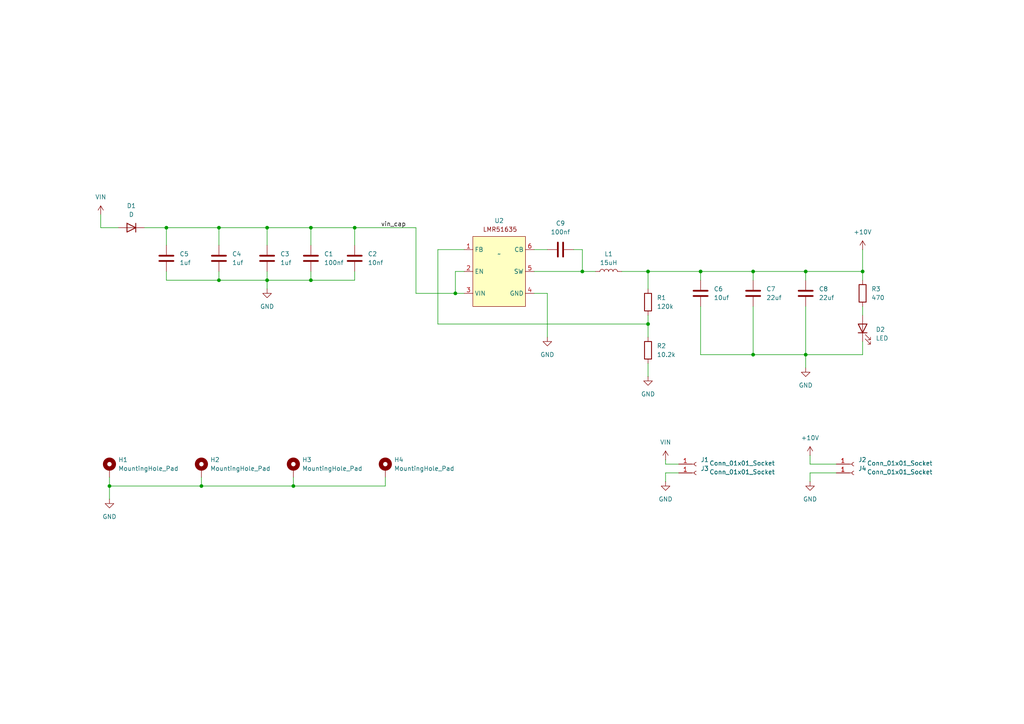
<source format=kicad_sch>
(kicad_sch
	(version 20231120)
	(generator "eeschema")
	(generator_version "8.0")
	(uuid "0dadef1e-0d67-411f-a0ff-1c668cd1ad5e")
	(paper "A4")
	(lib_symbols
		(symbol "Connector:Conn_01x01_Socket"
			(pin_names
				(offset 1.016) hide)
			(exclude_from_sim no)
			(in_bom yes)
			(on_board yes)
			(property "Reference" "J"
				(at 0 2.54 0)
				(effects
					(font
						(size 1.27 1.27)
					)
				)
			)
			(property "Value" "Conn_01x01_Socket"
				(at 0 -2.54 0)
				(effects
					(font
						(size 1.27 1.27)
					)
				)
			)
			(property "Footprint" ""
				(at 0 0 0)
				(effects
					(font
						(size 1.27 1.27)
					)
					(hide yes)
				)
			)
			(property "Datasheet" "~"
				(at 0 0 0)
				(effects
					(font
						(size 1.27 1.27)
					)
					(hide yes)
				)
			)
			(property "Description" "Generic connector, single row, 01x01, script generated"
				(at 0 0 0)
				(effects
					(font
						(size 1.27 1.27)
					)
					(hide yes)
				)
			)
			(property "ki_locked" ""
				(at 0 0 0)
				(effects
					(font
						(size 1.27 1.27)
					)
				)
			)
			(property "ki_keywords" "connector"
				(at 0 0 0)
				(effects
					(font
						(size 1.27 1.27)
					)
					(hide yes)
				)
			)
			(property "ki_fp_filters" "Connector*:*_1x??_*"
				(at 0 0 0)
				(effects
					(font
						(size 1.27 1.27)
					)
					(hide yes)
				)
			)
			(symbol "Conn_01x01_Socket_1_1"
				(polyline
					(pts
						(xy -1.27 0) (xy -0.508 0)
					)
					(stroke
						(width 0.1524)
						(type default)
					)
					(fill
						(type none)
					)
				)
				(arc
					(start 0 0.508)
					(mid -0.5058 0)
					(end 0 -0.508)
					(stroke
						(width 0.1524)
						(type default)
					)
					(fill
						(type none)
					)
				)
				(pin passive line
					(at -5.08 0 0)
					(length 3.81)
					(name "Pin_1"
						(effects
							(font
								(size 1.27 1.27)
							)
						)
					)
					(number "1"
						(effects
							(font
								(size 1.27 1.27)
							)
						)
					)
				)
			)
		)
		(symbol "Device:C"
			(pin_numbers hide)
			(pin_names
				(offset 0.254)
			)
			(exclude_from_sim no)
			(in_bom yes)
			(on_board yes)
			(property "Reference" "C"
				(at 0.635 2.54 0)
				(effects
					(font
						(size 1.27 1.27)
					)
					(justify left)
				)
			)
			(property "Value" "C"
				(at 0.635 -2.54 0)
				(effects
					(font
						(size 1.27 1.27)
					)
					(justify left)
				)
			)
			(property "Footprint" ""
				(at 0.9652 -3.81 0)
				(effects
					(font
						(size 1.27 1.27)
					)
					(hide yes)
				)
			)
			(property "Datasheet" "~"
				(at 0 0 0)
				(effects
					(font
						(size 1.27 1.27)
					)
					(hide yes)
				)
			)
			(property "Description" "Unpolarized capacitor"
				(at 0 0 0)
				(effects
					(font
						(size 1.27 1.27)
					)
					(hide yes)
				)
			)
			(property "ki_keywords" "cap capacitor"
				(at 0 0 0)
				(effects
					(font
						(size 1.27 1.27)
					)
					(hide yes)
				)
			)
			(property "ki_fp_filters" "C_*"
				(at 0 0 0)
				(effects
					(font
						(size 1.27 1.27)
					)
					(hide yes)
				)
			)
			(symbol "C_0_1"
				(polyline
					(pts
						(xy -2.032 -0.762) (xy 2.032 -0.762)
					)
					(stroke
						(width 0.508)
						(type default)
					)
					(fill
						(type none)
					)
				)
				(polyline
					(pts
						(xy -2.032 0.762) (xy 2.032 0.762)
					)
					(stroke
						(width 0.508)
						(type default)
					)
					(fill
						(type none)
					)
				)
			)
			(symbol "C_1_1"
				(pin passive line
					(at 0 3.81 270)
					(length 2.794)
					(name "~"
						(effects
							(font
								(size 1.27 1.27)
							)
						)
					)
					(number "1"
						(effects
							(font
								(size 1.27 1.27)
							)
						)
					)
				)
				(pin passive line
					(at 0 -3.81 90)
					(length 2.794)
					(name "~"
						(effects
							(font
								(size 1.27 1.27)
							)
						)
					)
					(number "2"
						(effects
							(font
								(size 1.27 1.27)
							)
						)
					)
				)
			)
		)
		(symbol "Device:D"
			(pin_numbers hide)
			(pin_names
				(offset 1.016) hide)
			(exclude_from_sim no)
			(in_bom yes)
			(on_board yes)
			(property "Reference" "D"
				(at 0 2.54 0)
				(effects
					(font
						(size 1.27 1.27)
					)
				)
			)
			(property "Value" "D"
				(at 0 -2.54 0)
				(effects
					(font
						(size 1.27 1.27)
					)
				)
			)
			(property "Footprint" ""
				(at 0 0 0)
				(effects
					(font
						(size 1.27 1.27)
					)
					(hide yes)
				)
			)
			(property "Datasheet" "~"
				(at 0 0 0)
				(effects
					(font
						(size 1.27 1.27)
					)
					(hide yes)
				)
			)
			(property "Description" "Diode"
				(at 0 0 0)
				(effects
					(font
						(size 1.27 1.27)
					)
					(hide yes)
				)
			)
			(property "Sim.Device" "D"
				(at 0 0 0)
				(effects
					(font
						(size 1.27 1.27)
					)
					(hide yes)
				)
			)
			(property "Sim.Pins" "1=K 2=A"
				(at 0 0 0)
				(effects
					(font
						(size 1.27 1.27)
					)
					(hide yes)
				)
			)
			(property "ki_keywords" "diode"
				(at 0 0 0)
				(effects
					(font
						(size 1.27 1.27)
					)
					(hide yes)
				)
			)
			(property "ki_fp_filters" "TO-???* *_Diode_* *SingleDiode* D_*"
				(at 0 0 0)
				(effects
					(font
						(size 1.27 1.27)
					)
					(hide yes)
				)
			)
			(symbol "D_0_1"
				(polyline
					(pts
						(xy -1.27 1.27) (xy -1.27 -1.27)
					)
					(stroke
						(width 0.254)
						(type default)
					)
					(fill
						(type none)
					)
				)
				(polyline
					(pts
						(xy 1.27 0) (xy -1.27 0)
					)
					(stroke
						(width 0)
						(type default)
					)
					(fill
						(type none)
					)
				)
				(polyline
					(pts
						(xy 1.27 1.27) (xy 1.27 -1.27) (xy -1.27 0) (xy 1.27 1.27)
					)
					(stroke
						(width 0.254)
						(type default)
					)
					(fill
						(type none)
					)
				)
			)
			(symbol "D_1_1"
				(pin passive line
					(at -3.81 0 0)
					(length 2.54)
					(name "K"
						(effects
							(font
								(size 1.27 1.27)
							)
						)
					)
					(number "1"
						(effects
							(font
								(size 1.27 1.27)
							)
						)
					)
				)
				(pin passive line
					(at 3.81 0 180)
					(length 2.54)
					(name "A"
						(effects
							(font
								(size 1.27 1.27)
							)
						)
					)
					(number "2"
						(effects
							(font
								(size 1.27 1.27)
							)
						)
					)
				)
			)
		)
		(symbol "Device:L"
			(pin_numbers hide)
			(pin_names
				(offset 1.016) hide)
			(exclude_from_sim no)
			(in_bom yes)
			(on_board yes)
			(property "Reference" "L"
				(at -1.27 0 90)
				(effects
					(font
						(size 1.27 1.27)
					)
				)
			)
			(property "Value" "L"
				(at 1.905 0 90)
				(effects
					(font
						(size 1.27 1.27)
					)
				)
			)
			(property "Footprint" ""
				(at 0 0 0)
				(effects
					(font
						(size 1.27 1.27)
					)
					(hide yes)
				)
			)
			(property "Datasheet" "~"
				(at 0 0 0)
				(effects
					(font
						(size 1.27 1.27)
					)
					(hide yes)
				)
			)
			(property "Description" "Inductor"
				(at 0 0 0)
				(effects
					(font
						(size 1.27 1.27)
					)
					(hide yes)
				)
			)
			(property "ki_keywords" "inductor choke coil reactor magnetic"
				(at 0 0 0)
				(effects
					(font
						(size 1.27 1.27)
					)
					(hide yes)
				)
			)
			(property "ki_fp_filters" "Choke_* *Coil* Inductor_* L_*"
				(at 0 0 0)
				(effects
					(font
						(size 1.27 1.27)
					)
					(hide yes)
				)
			)
			(symbol "L_0_1"
				(arc
					(start 0 -2.54)
					(mid 0.6323 -1.905)
					(end 0 -1.27)
					(stroke
						(width 0)
						(type default)
					)
					(fill
						(type none)
					)
				)
				(arc
					(start 0 -1.27)
					(mid 0.6323 -0.635)
					(end 0 0)
					(stroke
						(width 0)
						(type default)
					)
					(fill
						(type none)
					)
				)
				(arc
					(start 0 0)
					(mid 0.6323 0.635)
					(end 0 1.27)
					(stroke
						(width 0)
						(type default)
					)
					(fill
						(type none)
					)
				)
				(arc
					(start 0 1.27)
					(mid 0.6323 1.905)
					(end 0 2.54)
					(stroke
						(width 0)
						(type default)
					)
					(fill
						(type none)
					)
				)
			)
			(symbol "L_1_1"
				(pin passive line
					(at 0 3.81 270)
					(length 1.27)
					(name "1"
						(effects
							(font
								(size 1.27 1.27)
							)
						)
					)
					(number "1"
						(effects
							(font
								(size 1.27 1.27)
							)
						)
					)
				)
				(pin passive line
					(at 0 -3.81 90)
					(length 1.27)
					(name "2"
						(effects
							(font
								(size 1.27 1.27)
							)
						)
					)
					(number "2"
						(effects
							(font
								(size 1.27 1.27)
							)
						)
					)
				)
			)
		)
		(symbol "Device:LED"
			(pin_numbers hide)
			(pin_names
				(offset 1.016) hide)
			(exclude_from_sim no)
			(in_bom yes)
			(on_board yes)
			(property "Reference" "D"
				(at 0 2.54 0)
				(effects
					(font
						(size 1.27 1.27)
					)
				)
			)
			(property "Value" "LED"
				(at 0 -2.54 0)
				(effects
					(font
						(size 1.27 1.27)
					)
				)
			)
			(property "Footprint" ""
				(at 0 0 0)
				(effects
					(font
						(size 1.27 1.27)
					)
					(hide yes)
				)
			)
			(property "Datasheet" "~"
				(at 0 0 0)
				(effects
					(font
						(size 1.27 1.27)
					)
					(hide yes)
				)
			)
			(property "Description" "Light emitting diode"
				(at 0 0 0)
				(effects
					(font
						(size 1.27 1.27)
					)
					(hide yes)
				)
			)
			(property "ki_keywords" "LED diode"
				(at 0 0 0)
				(effects
					(font
						(size 1.27 1.27)
					)
					(hide yes)
				)
			)
			(property "ki_fp_filters" "LED* LED_SMD:* LED_THT:*"
				(at 0 0 0)
				(effects
					(font
						(size 1.27 1.27)
					)
					(hide yes)
				)
			)
			(symbol "LED_0_1"
				(polyline
					(pts
						(xy -1.27 -1.27) (xy -1.27 1.27)
					)
					(stroke
						(width 0.254)
						(type default)
					)
					(fill
						(type none)
					)
				)
				(polyline
					(pts
						(xy -1.27 0) (xy 1.27 0)
					)
					(stroke
						(width 0)
						(type default)
					)
					(fill
						(type none)
					)
				)
				(polyline
					(pts
						(xy 1.27 -1.27) (xy 1.27 1.27) (xy -1.27 0) (xy 1.27 -1.27)
					)
					(stroke
						(width 0.254)
						(type default)
					)
					(fill
						(type none)
					)
				)
				(polyline
					(pts
						(xy -3.048 -0.762) (xy -4.572 -2.286) (xy -3.81 -2.286) (xy -4.572 -2.286) (xy -4.572 -1.524)
					)
					(stroke
						(width 0)
						(type default)
					)
					(fill
						(type none)
					)
				)
				(polyline
					(pts
						(xy -1.778 -0.762) (xy -3.302 -2.286) (xy -2.54 -2.286) (xy -3.302 -2.286) (xy -3.302 -1.524)
					)
					(stroke
						(width 0)
						(type default)
					)
					(fill
						(type none)
					)
				)
			)
			(symbol "LED_1_1"
				(pin passive line
					(at -3.81 0 0)
					(length 2.54)
					(name "K"
						(effects
							(font
								(size 1.27 1.27)
							)
						)
					)
					(number "1"
						(effects
							(font
								(size 1.27 1.27)
							)
						)
					)
				)
				(pin passive line
					(at 3.81 0 180)
					(length 2.54)
					(name "A"
						(effects
							(font
								(size 1.27 1.27)
							)
						)
					)
					(number "2"
						(effects
							(font
								(size 1.27 1.27)
							)
						)
					)
				)
			)
		)
		(symbol "Device:R"
			(pin_numbers hide)
			(pin_names
				(offset 0)
			)
			(exclude_from_sim no)
			(in_bom yes)
			(on_board yes)
			(property "Reference" "R"
				(at 2.032 0 90)
				(effects
					(font
						(size 1.27 1.27)
					)
				)
			)
			(property "Value" "R"
				(at 0 0 90)
				(effects
					(font
						(size 1.27 1.27)
					)
				)
			)
			(property "Footprint" ""
				(at -1.778 0 90)
				(effects
					(font
						(size 1.27 1.27)
					)
					(hide yes)
				)
			)
			(property "Datasheet" "~"
				(at 0 0 0)
				(effects
					(font
						(size 1.27 1.27)
					)
					(hide yes)
				)
			)
			(property "Description" "Resistor"
				(at 0 0 0)
				(effects
					(font
						(size 1.27 1.27)
					)
					(hide yes)
				)
			)
			(property "ki_keywords" "R res resistor"
				(at 0 0 0)
				(effects
					(font
						(size 1.27 1.27)
					)
					(hide yes)
				)
			)
			(property "ki_fp_filters" "R_*"
				(at 0 0 0)
				(effects
					(font
						(size 1.27 1.27)
					)
					(hide yes)
				)
			)
			(symbol "R_0_1"
				(rectangle
					(start -1.016 -2.54)
					(end 1.016 2.54)
					(stroke
						(width 0.254)
						(type default)
					)
					(fill
						(type none)
					)
				)
			)
			(symbol "R_1_1"
				(pin passive line
					(at 0 3.81 270)
					(length 1.27)
					(name "~"
						(effects
							(font
								(size 1.27 1.27)
							)
						)
					)
					(number "1"
						(effects
							(font
								(size 1.27 1.27)
							)
						)
					)
				)
				(pin passive line
					(at 0 -3.81 90)
					(length 1.27)
					(name "~"
						(effects
							(font
								(size 1.27 1.27)
							)
						)
					)
					(number "2"
						(effects
							(font
								(size 1.27 1.27)
							)
						)
					)
				)
			)
		)
		(symbol "Mechanical:MountingHole_Pad"
			(pin_numbers hide)
			(pin_names
				(offset 1.016) hide)
			(exclude_from_sim yes)
			(in_bom no)
			(on_board yes)
			(property "Reference" "H"
				(at 0 6.35 0)
				(effects
					(font
						(size 1.27 1.27)
					)
				)
			)
			(property "Value" "MountingHole_Pad"
				(at 0 4.445 0)
				(effects
					(font
						(size 1.27 1.27)
					)
				)
			)
			(property "Footprint" ""
				(at 0 0 0)
				(effects
					(font
						(size 1.27 1.27)
					)
					(hide yes)
				)
			)
			(property "Datasheet" "~"
				(at 0 0 0)
				(effects
					(font
						(size 1.27 1.27)
					)
					(hide yes)
				)
			)
			(property "Description" "Mounting Hole with connection"
				(at 0 0 0)
				(effects
					(font
						(size 1.27 1.27)
					)
					(hide yes)
				)
			)
			(property "ki_keywords" "mounting hole"
				(at 0 0 0)
				(effects
					(font
						(size 1.27 1.27)
					)
					(hide yes)
				)
			)
			(property "ki_fp_filters" "MountingHole*Pad*"
				(at 0 0 0)
				(effects
					(font
						(size 1.27 1.27)
					)
					(hide yes)
				)
			)
			(symbol "MountingHole_Pad_0_1"
				(circle
					(center 0 1.27)
					(radius 1.27)
					(stroke
						(width 1.27)
						(type default)
					)
					(fill
						(type none)
					)
				)
			)
			(symbol "MountingHole_Pad_1_1"
				(pin input line
					(at 0 -2.54 90)
					(length 2.54)
					(name "1"
						(effects
							(font
								(size 1.27 1.27)
							)
						)
					)
					(number "1"
						(effects
							(font
								(size 1.27 1.27)
							)
						)
					)
				)
			)
		)
		(symbol "Regulator_Switching:LMR51635"
			(exclude_from_sim no)
			(in_bom yes)
			(on_board yes)
			(property "Reference" "U2"
				(at 0 14.732 0)
				(effects
					(font
						(size 1.27 1.27)
					)
				)
			)
			(property "Value" "~"
				(at 0 5.08 0)
				(effects
					(font
						(size 1.27 1.27)
					)
				)
			)
			(property "Footprint" "Converter_DCDC:LMR51635"
				(at 0 -11.43 0)
				(effects
					(font
						(size 1.27 1.27)
					)
					(hide yes)
				)
			)
			(property "Datasheet" ""
				(at 0 0 0)
				(effects
					(font
						(size 1.27 1.27)
					)
					(hide yes)
				)
			)
			(property "Description" ""
				(at 0 0 0)
				(effects
					(font
						(size 1.27 1.27)
					)
					(hide yes)
				)
			)
			(symbol "LMR51635_1_1"
				(rectangle
					(start -7.62 10.16)
					(end 7.62 -10.16)
					(stroke
						(width 0)
						(type default)
					)
					(fill
						(type background)
					)
				)
				(text "LMR51635"
					(at 0.254 12.192 0)
					(effects
						(font
							(size 1.27 1.27)
						)
					)
				)
				(pin input line
					(at -10.16 6.35 0)
					(length 2.54)
					(name "FB"
						(effects
							(font
								(size 1.27 1.27)
							)
						)
					)
					(number "1"
						(effects
							(font
								(size 1.27 1.27)
							)
						)
					)
				)
				(pin input line
					(at -10.16 0 0)
					(length 2.54)
					(name "EN"
						(effects
							(font
								(size 1.27 1.27)
							)
						)
					)
					(number "2"
						(effects
							(font
								(size 1.27 1.27)
							)
						)
					)
				)
				(pin input line
					(at -10.16 -6.35 0)
					(length 2.54)
					(name "VIN"
						(effects
							(font
								(size 1.27 1.27)
							)
						)
					)
					(number "3"
						(effects
							(font
								(size 1.27 1.27)
							)
						)
					)
				)
				(pin input line
					(at 10.16 -6.35 180)
					(length 2.54)
					(name "GND"
						(effects
							(font
								(size 1.27 1.27)
							)
						)
					)
					(number "4"
						(effects
							(font
								(size 1.27 1.27)
							)
						)
					)
				)
				(pin power_out line
					(at 10.16 0 180)
					(length 2.54)
					(name "SW"
						(effects
							(font
								(size 1.27 1.27)
							)
						)
					)
					(number "5"
						(effects
							(font
								(size 1.27 1.27)
							)
						)
					)
				)
				(pin power_out line
					(at 10.16 6.35 180)
					(length 2.54)
					(name "CB"
						(effects
							(font
								(size 1.27 1.27)
							)
						)
					)
					(number "6"
						(effects
							(font
								(size 1.27 1.27)
							)
						)
					)
				)
			)
		)
		(symbol "power:+10V"
			(power)
			(pin_numbers hide)
			(pin_names
				(offset 0) hide)
			(exclude_from_sim no)
			(in_bom yes)
			(on_board yes)
			(property "Reference" "#PWR"
				(at 0 -3.81 0)
				(effects
					(font
						(size 1.27 1.27)
					)
					(hide yes)
				)
			)
			(property "Value" "+10V"
				(at 0 3.556 0)
				(effects
					(font
						(size 1.27 1.27)
					)
				)
			)
			(property "Footprint" ""
				(at 0 0 0)
				(effects
					(font
						(size 1.27 1.27)
					)
					(hide yes)
				)
			)
			(property "Datasheet" ""
				(at 0 0 0)
				(effects
					(font
						(size 1.27 1.27)
					)
					(hide yes)
				)
			)
			(property "Description" "Power symbol creates a global label with name \"+10V\""
				(at 0 0 0)
				(effects
					(font
						(size 1.27 1.27)
					)
					(hide yes)
				)
			)
			(property "ki_keywords" "global power"
				(at 0 0 0)
				(effects
					(font
						(size 1.27 1.27)
					)
					(hide yes)
				)
			)
			(symbol "+10V_0_1"
				(polyline
					(pts
						(xy -0.762 1.27) (xy 0 2.54)
					)
					(stroke
						(width 0)
						(type default)
					)
					(fill
						(type none)
					)
				)
				(polyline
					(pts
						(xy 0 0) (xy 0 2.54)
					)
					(stroke
						(width 0)
						(type default)
					)
					(fill
						(type none)
					)
				)
				(polyline
					(pts
						(xy 0 2.54) (xy 0.762 1.27)
					)
					(stroke
						(width 0)
						(type default)
					)
					(fill
						(type none)
					)
				)
			)
			(symbol "+10V_1_1"
				(pin power_in line
					(at 0 0 90)
					(length 0)
					(name "~"
						(effects
							(font
								(size 1.27 1.27)
							)
						)
					)
					(number "1"
						(effects
							(font
								(size 1.27 1.27)
							)
						)
					)
				)
			)
		)
		(symbol "power:GND"
			(power)
			(pin_numbers hide)
			(pin_names
				(offset 0) hide)
			(exclude_from_sim no)
			(in_bom yes)
			(on_board yes)
			(property "Reference" "#PWR"
				(at 0 -6.35 0)
				(effects
					(font
						(size 1.27 1.27)
					)
					(hide yes)
				)
			)
			(property "Value" "GND"
				(at 0 -3.81 0)
				(effects
					(font
						(size 1.27 1.27)
					)
				)
			)
			(property "Footprint" ""
				(at 0 0 0)
				(effects
					(font
						(size 1.27 1.27)
					)
					(hide yes)
				)
			)
			(property "Datasheet" ""
				(at 0 0 0)
				(effects
					(font
						(size 1.27 1.27)
					)
					(hide yes)
				)
			)
			(property "Description" "Power symbol creates a global label with name \"GND\" , ground"
				(at 0 0 0)
				(effects
					(font
						(size 1.27 1.27)
					)
					(hide yes)
				)
			)
			(property "ki_keywords" "global power"
				(at 0 0 0)
				(effects
					(font
						(size 1.27 1.27)
					)
					(hide yes)
				)
			)
			(symbol "GND_0_1"
				(polyline
					(pts
						(xy 0 0) (xy 0 -1.27) (xy 1.27 -1.27) (xy 0 -2.54) (xy -1.27 -1.27) (xy 0 -1.27)
					)
					(stroke
						(width 0)
						(type default)
					)
					(fill
						(type none)
					)
				)
			)
			(symbol "GND_1_1"
				(pin power_in line
					(at 0 0 270)
					(length 0)
					(name "~"
						(effects
							(font
								(size 1.27 1.27)
							)
						)
					)
					(number "1"
						(effects
							(font
								(size 1.27 1.27)
							)
						)
					)
				)
			)
		)
		(symbol "power:VCC"
			(power)
			(pin_numbers hide)
			(pin_names
				(offset 0) hide)
			(exclude_from_sim no)
			(in_bom yes)
			(on_board yes)
			(property "Reference" "#PWR"
				(at 0 -3.81 0)
				(effects
					(font
						(size 1.27 1.27)
					)
					(hide yes)
				)
			)
			(property "Value" "VCC"
				(at 0 3.556 0)
				(effects
					(font
						(size 1.27 1.27)
					)
				)
			)
			(property "Footprint" ""
				(at 0 0 0)
				(effects
					(font
						(size 1.27 1.27)
					)
					(hide yes)
				)
			)
			(property "Datasheet" ""
				(at 0 0 0)
				(effects
					(font
						(size 1.27 1.27)
					)
					(hide yes)
				)
			)
			(property "Description" "Power symbol creates a global label with name \"VCC\""
				(at 0 0 0)
				(effects
					(font
						(size 1.27 1.27)
					)
					(hide yes)
				)
			)
			(property "ki_keywords" "global power"
				(at 0 0 0)
				(effects
					(font
						(size 1.27 1.27)
					)
					(hide yes)
				)
			)
			(symbol "VCC_0_1"
				(polyline
					(pts
						(xy -0.762 1.27) (xy 0 2.54)
					)
					(stroke
						(width 0)
						(type default)
					)
					(fill
						(type none)
					)
				)
				(polyline
					(pts
						(xy 0 0) (xy 0 2.54)
					)
					(stroke
						(width 0)
						(type default)
					)
					(fill
						(type none)
					)
				)
				(polyline
					(pts
						(xy 0 2.54) (xy 0.762 1.27)
					)
					(stroke
						(width 0)
						(type default)
					)
					(fill
						(type none)
					)
				)
			)
			(symbol "VCC_1_1"
				(pin power_in line
					(at 0 0 90)
					(length 0)
					(name "~"
						(effects
							(font
								(size 1.27 1.27)
							)
						)
					)
					(number "1"
						(effects
							(font
								(size 1.27 1.27)
							)
						)
					)
				)
			)
		)
	)
	(junction
		(at 187.96 93.98)
		(diameter 0)
		(color 0 0 0 0)
		(uuid "14ac8423-3225-419a-8185-77f22b5a6b66")
	)
	(junction
		(at 31.75 140.97)
		(diameter 0)
		(color 0 0 0 0)
		(uuid "19c1c055-1552-4cc4-b65d-0900540c72d8")
	)
	(junction
		(at 218.44 78.74)
		(diameter 0)
		(color 0 0 0 0)
		(uuid "1a016ea1-906a-4d4e-ab74-8b3b96676d5f")
	)
	(junction
		(at 102.87 66.04)
		(diameter 0)
		(color 0 0 0 0)
		(uuid "1bb9cacd-27fe-45ab-8f3b-23671bb46114")
	)
	(junction
		(at 233.68 78.74)
		(diameter 0)
		(color 0 0 0 0)
		(uuid "1c1a983a-946a-41e1-be9f-ca3d87bec24a")
	)
	(junction
		(at 218.44 102.87)
		(diameter 0)
		(color 0 0 0 0)
		(uuid "21cdb15c-7b1d-49f4-93ff-d52ce007aeaa")
	)
	(junction
		(at 85.09 140.97)
		(diameter 0)
		(color 0 0 0 0)
		(uuid "44ffbf88-86f4-4c4f-b0ca-c74032065ece")
	)
	(junction
		(at 77.47 66.04)
		(diameter 0)
		(color 0 0 0 0)
		(uuid "499157ec-46c6-475d-a522-81b1e612082e")
	)
	(junction
		(at 233.68 102.87)
		(diameter 0)
		(color 0 0 0 0)
		(uuid "69b2cf6d-1c76-4540-8244-bc06a44e54d6")
	)
	(junction
		(at 187.96 78.74)
		(diameter 0)
		(color 0 0 0 0)
		(uuid "6bbd993b-fa17-4388-89f1-a7724f0b7b29")
	)
	(junction
		(at 168.91 78.74)
		(diameter 0)
		(color 0 0 0 0)
		(uuid "7d2dbedb-0781-4f42-990e-9d916cb0917c")
	)
	(junction
		(at 58.42 140.97)
		(diameter 0)
		(color 0 0 0 0)
		(uuid "7e2689cd-0d16-4a0f-937d-a8ec1b3f3784")
	)
	(junction
		(at 63.5 81.28)
		(diameter 0)
		(color 0 0 0 0)
		(uuid "9b7ae710-c5b3-4187-97ef-64032acbbf33")
	)
	(junction
		(at 90.17 66.04)
		(diameter 0)
		(color 0 0 0 0)
		(uuid "bb10304c-3467-4395-98cd-4bdd6c2c2205")
	)
	(junction
		(at 77.47 81.28)
		(diameter 0)
		(color 0 0 0 0)
		(uuid "c091210c-5e04-4606-bf23-e86676daeb06")
	)
	(junction
		(at 63.5 66.04)
		(diameter 0)
		(color 0 0 0 0)
		(uuid "dbd15b4a-0b43-4801-bfd5-799487488b6f")
	)
	(junction
		(at 132.08 85.09)
		(diameter 0)
		(color 0 0 0 0)
		(uuid "dc1b6ca9-ea0b-4c46-8b4f-616d30c70549")
	)
	(junction
		(at 48.26 66.04)
		(diameter 0)
		(color 0 0 0 0)
		(uuid "e5f5a558-8a91-4b21-b301-c2e1a5ef834d")
	)
	(junction
		(at 250.19 78.74)
		(diameter 0)
		(color 0 0 0 0)
		(uuid "f4e5220c-f01c-4ca1-add6-4e5d460bdfb3")
	)
	(junction
		(at 90.17 81.28)
		(diameter 0)
		(color 0 0 0 0)
		(uuid "f96758c7-4d70-4b59-b93a-969a29198ddf")
	)
	(junction
		(at 203.2 78.74)
		(diameter 0)
		(color 0 0 0 0)
		(uuid "fe01bcee-0430-4286-ad40-34008b3f9d41")
	)
	(wire
		(pts
			(xy 48.26 66.04) (xy 48.26 71.12)
		)
		(stroke
			(width 0)
			(type default)
		)
		(uuid "013e860b-872d-49a5-9cbf-595aee93ef9e")
	)
	(wire
		(pts
			(xy 180.34 78.74) (xy 187.96 78.74)
		)
		(stroke
			(width 0)
			(type default)
		)
		(uuid "03bd13f7-c83b-43b1-91c4-942f64b1f6da")
	)
	(wire
		(pts
			(xy 154.94 85.09) (xy 158.75 85.09)
		)
		(stroke
			(width 0)
			(type default)
		)
		(uuid "0650037e-63ee-4e9a-aecb-190e15c042cd")
	)
	(wire
		(pts
			(xy 31.75 138.43) (xy 31.75 140.97)
		)
		(stroke
			(width 0)
			(type default)
		)
		(uuid "09322251-32b6-4490-8498-bcae9a82e7ee")
	)
	(wire
		(pts
			(xy 168.91 78.74) (xy 172.72 78.74)
		)
		(stroke
			(width 0)
			(type default)
		)
		(uuid "0ad731e3-6d86-4059-acec-5754c1c3c170")
	)
	(wire
		(pts
			(xy 134.62 85.09) (xy 132.08 85.09)
		)
		(stroke
			(width 0)
			(type default)
		)
		(uuid "11a2a1e3-ed59-4fec-b4e3-d60d113eec3d")
	)
	(wire
		(pts
			(xy 234.95 137.16) (xy 234.95 139.7)
		)
		(stroke
			(width 0)
			(type default)
		)
		(uuid "13d32c48-6e39-457d-9d16-182de7ae7ff9")
	)
	(wire
		(pts
			(xy 250.19 72.39) (xy 250.19 78.74)
		)
		(stroke
			(width 0)
			(type default)
		)
		(uuid "148cbb8e-ba30-4e98-a192-79ddeb34a2da")
	)
	(wire
		(pts
			(xy 77.47 83.82) (xy 77.47 81.28)
		)
		(stroke
			(width 0)
			(type default)
		)
		(uuid "1a51e620-5f9d-4bdb-a467-d941d8a84a09")
	)
	(wire
		(pts
			(xy 85.09 138.43) (xy 85.09 140.97)
		)
		(stroke
			(width 0)
			(type default)
		)
		(uuid "1ed955ce-3803-4a68-89e1-e5992abf05a0")
	)
	(wire
		(pts
			(xy 242.57 134.62) (xy 234.95 134.62)
		)
		(stroke
			(width 0)
			(type default)
		)
		(uuid "25a45def-9021-4efd-ae36-91e36516d219")
	)
	(wire
		(pts
			(xy 120.65 85.09) (xy 120.65 66.04)
		)
		(stroke
			(width 0)
			(type default)
		)
		(uuid "27cd397b-40e0-495c-bfab-cf5bbd507872")
	)
	(wire
		(pts
			(xy 29.21 66.04) (xy 34.29 66.04)
		)
		(stroke
			(width 0)
			(type default)
		)
		(uuid "2da53714-22a3-468a-aaa4-ee2ef20c930a")
	)
	(wire
		(pts
			(xy 120.65 66.04) (xy 102.87 66.04)
		)
		(stroke
			(width 0)
			(type default)
		)
		(uuid "310b80b0-f9e1-444d-9e6f-ad1a3652390b")
	)
	(wire
		(pts
			(xy 48.26 66.04) (xy 41.91 66.04)
		)
		(stroke
			(width 0)
			(type default)
		)
		(uuid "33ed6bef-c5be-4ac5-b179-60d465c7aa02")
	)
	(wire
		(pts
			(xy 193.04 134.62) (xy 193.04 133.35)
		)
		(stroke
			(width 0)
			(type default)
		)
		(uuid "35153bf8-469f-4151-b5f6-601fd31a2f5a")
	)
	(wire
		(pts
			(xy 250.19 88.9) (xy 250.19 91.44)
		)
		(stroke
			(width 0)
			(type default)
		)
		(uuid "35d1fc83-0964-4bf0-9ed8-23edd2176e82")
	)
	(wire
		(pts
			(xy 111.76 138.43) (xy 111.76 140.97)
		)
		(stroke
			(width 0)
			(type default)
		)
		(uuid "36e6f70a-1e81-49a8-9e24-411db70d7868")
	)
	(wire
		(pts
			(xy 218.44 102.87) (xy 233.68 102.87)
		)
		(stroke
			(width 0)
			(type default)
		)
		(uuid "37a4e4be-1d54-4bf8-b98b-ed0151de5045")
	)
	(wire
		(pts
			(xy 85.09 140.97) (xy 58.42 140.97)
		)
		(stroke
			(width 0)
			(type default)
		)
		(uuid "3b9f6e65-0faf-4dc3-8686-220e3a4c7b08")
	)
	(wire
		(pts
			(xy 154.94 72.39) (xy 158.75 72.39)
		)
		(stroke
			(width 0)
			(type default)
		)
		(uuid "3beacbb9-08bc-4a53-a2f4-7ddedbdf5488")
	)
	(wire
		(pts
			(xy 132.08 78.74) (xy 132.08 85.09)
		)
		(stroke
			(width 0)
			(type default)
		)
		(uuid "3d876d4d-eaea-4698-9866-72229a9d0d87")
	)
	(wire
		(pts
			(xy 168.91 72.39) (xy 168.91 78.74)
		)
		(stroke
			(width 0)
			(type default)
		)
		(uuid "4ba4b9e8-0a99-44ff-9d59-b3a139abce4b")
	)
	(wire
		(pts
			(xy 203.2 78.74) (xy 218.44 78.74)
		)
		(stroke
			(width 0)
			(type default)
		)
		(uuid "4ebb5662-a35f-4085-93ba-d29b0518e095")
	)
	(wire
		(pts
			(xy 134.62 78.74) (xy 132.08 78.74)
		)
		(stroke
			(width 0)
			(type default)
		)
		(uuid "4f8ba180-9104-43d6-b461-bcd95c976ee7")
	)
	(wire
		(pts
			(xy 58.42 140.97) (xy 31.75 140.97)
		)
		(stroke
			(width 0)
			(type default)
		)
		(uuid "519ebf67-55bf-47ad-85a2-d54cc29954fb")
	)
	(wire
		(pts
			(xy 158.75 85.09) (xy 158.75 97.79)
		)
		(stroke
			(width 0)
			(type default)
		)
		(uuid "5ab1451b-01be-4426-9547-228554fd059d")
	)
	(wire
		(pts
			(xy 250.19 99.06) (xy 250.19 102.87)
		)
		(stroke
			(width 0)
			(type default)
		)
		(uuid "5e9c5a46-e0dd-4af2-86cc-383fee51053f")
	)
	(wire
		(pts
			(xy 218.44 78.74) (xy 233.68 78.74)
		)
		(stroke
			(width 0)
			(type default)
		)
		(uuid "60d9f78a-b5ae-4bc8-bdf9-0400dffb435b")
	)
	(wire
		(pts
			(xy 102.87 66.04) (xy 102.87 71.12)
		)
		(stroke
			(width 0)
			(type default)
		)
		(uuid "634bb889-3e99-4d14-80ea-aca7a87f9fc9")
	)
	(wire
		(pts
			(xy 63.5 81.28) (xy 77.47 81.28)
		)
		(stroke
			(width 0)
			(type default)
		)
		(uuid "64f8d985-b313-499d-982d-94a51128d536")
	)
	(wire
		(pts
			(xy 102.87 81.28) (xy 102.87 78.74)
		)
		(stroke
			(width 0)
			(type default)
		)
		(uuid "6583db24-8ba2-4e4a-913f-f90272ec0ca2")
	)
	(wire
		(pts
			(xy 77.47 78.74) (xy 77.47 81.28)
		)
		(stroke
			(width 0)
			(type default)
		)
		(uuid "68a24e93-dbea-41c9-8cf1-1fdbbd21acec")
	)
	(wire
		(pts
			(xy 63.5 66.04) (xy 63.5 71.12)
		)
		(stroke
			(width 0)
			(type default)
		)
		(uuid "68c5387a-84ae-46c8-ba6a-764c61fbe384")
	)
	(wire
		(pts
			(xy 29.21 62.23) (xy 29.21 66.04)
		)
		(stroke
			(width 0)
			(type default)
		)
		(uuid "695c36c6-e188-41c5-9ca5-a23926adc945")
	)
	(wire
		(pts
			(xy 63.5 78.74) (xy 63.5 81.28)
		)
		(stroke
			(width 0)
			(type default)
		)
		(uuid "69d40c42-511d-4285-8518-9a6a10ab35d3")
	)
	(wire
		(pts
			(xy 187.96 109.22) (xy 187.96 105.41)
		)
		(stroke
			(width 0)
			(type default)
		)
		(uuid "71440308-9193-4308-a675-7b81d53a983d")
	)
	(wire
		(pts
			(xy 90.17 81.28) (xy 102.87 81.28)
		)
		(stroke
			(width 0)
			(type default)
		)
		(uuid "7634cb01-5084-4201-92b7-db0bb5dc8aca")
	)
	(wire
		(pts
			(xy 250.19 102.87) (xy 233.68 102.87)
		)
		(stroke
			(width 0)
			(type default)
		)
		(uuid "794b5d83-7d17-4bf8-a003-d1b703350c2b")
	)
	(wire
		(pts
			(xy 90.17 66.04) (xy 90.17 71.12)
		)
		(stroke
			(width 0)
			(type default)
		)
		(uuid "7a2984bb-7052-4add-a821-9c67fb75f764")
	)
	(wire
		(pts
			(xy 77.47 66.04) (xy 77.47 71.12)
		)
		(stroke
			(width 0)
			(type default)
		)
		(uuid "7fdf8c60-beee-4b59-93a2-35f57affb6ca")
	)
	(wire
		(pts
			(xy 77.47 81.28) (xy 90.17 81.28)
		)
		(stroke
			(width 0)
			(type default)
		)
		(uuid "829bb559-76ac-4620-9cff-e81ff9fde528")
	)
	(wire
		(pts
			(xy 90.17 78.74) (xy 90.17 81.28)
		)
		(stroke
			(width 0)
			(type default)
		)
		(uuid "82eee20b-57fa-454c-9727-3e9ab00cf89b")
	)
	(wire
		(pts
			(xy 127 72.39) (xy 127 93.98)
		)
		(stroke
			(width 0)
			(type default)
		)
		(uuid "833bcb4b-106e-49a3-ba53-7f32b8000151")
	)
	(wire
		(pts
			(xy 154.94 78.74) (xy 168.91 78.74)
		)
		(stroke
			(width 0)
			(type default)
		)
		(uuid "8a63fa7f-d162-4311-ba47-f4865a598fb9")
	)
	(wire
		(pts
			(xy 102.87 66.04) (xy 90.17 66.04)
		)
		(stroke
			(width 0)
			(type default)
		)
		(uuid "9160318d-8881-47a1-8721-9359f6505259")
	)
	(wire
		(pts
			(xy 203.2 78.74) (xy 203.2 81.28)
		)
		(stroke
			(width 0)
			(type default)
		)
		(uuid "91a29c6f-d342-4533-9c86-9c85827f7ba6")
	)
	(wire
		(pts
			(xy 134.62 72.39) (xy 127 72.39)
		)
		(stroke
			(width 0)
			(type default)
		)
		(uuid "939cc1a0-3369-47c6-b740-fe34f635fe49")
	)
	(wire
		(pts
			(xy 203.2 102.87) (xy 218.44 102.87)
		)
		(stroke
			(width 0)
			(type default)
		)
		(uuid "981f62e3-aec2-49e9-a87c-4b6cab9b6a1d")
	)
	(wire
		(pts
			(xy 187.96 93.98) (xy 187.96 97.79)
		)
		(stroke
			(width 0)
			(type default)
		)
		(uuid "98236d32-a82c-44ee-9d4e-ba57196a7401")
	)
	(wire
		(pts
			(xy 63.5 66.04) (xy 48.26 66.04)
		)
		(stroke
			(width 0)
			(type default)
		)
		(uuid "98c0d26a-d974-4085-877a-ccc322292bfb")
	)
	(wire
		(pts
			(xy 187.96 78.74) (xy 203.2 78.74)
		)
		(stroke
			(width 0)
			(type default)
		)
		(uuid "9cd986f6-9ba5-4e2e-b989-63cd690899e8")
	)
	(wire
		(pts
			(xy 203.2 88.9) (xy 203.2 102.87)
		)
		(stroke
			(width 0)
			(type default)
		)
		(uuid "a49b1ac0-9a6c-4af6-b3b5-47517b3711da")
	)
	(wire
		(pts
			(xy 31.75 140.97) (xy 31.75 144.78)
		)
		(stroke
			(width 0)
			(type default)
		)
		(uuid "ab3c2c18-72d4-4e1f-bb0c-1c20dbbfb446")
	)
	(wire
		(pts
			(xy 58.42 138.43) (xy 58.42 140.97)
		)
		(stroke
			(width 0)
			(type default)
		)
		(uuid "ab6df9ac-2c6e-430a-b03e-f50120101c7d")
	)
	(wire
		(pts
			(xy 90.17 66.04) (xy 77.47 66.04)
		)
		(stroke
			(width 0)
			(type default)
		)
		(uuid "b4476ef7-7e3b-451a-bb96-7f58eaf9c98e")
	)
	(wire
		(pts
			(xy 187.96 93.98) (xy 187.96 91.44)
		)
		(stroke
			(width 0)
			(type default)
		)
		(uuid "bccf2a9b-9319-43d1-aec8-3dd16b0318b6")
	)
	(wire
		(pts
			(xy 196.85 134.62) (xy 193.04 134.62)
		)
		(stroke
			(width 0)
			(type default)
		)
		(uuid "c00e44ba-ab1f-48c8-94b1-6ffbbfb96a8a")
	)
	(wire
		(pts
			(xy 233.68 78.74) (xy 233.68 81.28)
		)
		(stroke
			(width 0)
			(type default)
		)
		(uuid "c2ae2e8a-2f9f-42e8-9dd5-fdc7ed87452f")
	)
	(wire
		(pts
			(xy 132.08 85.09) (xy 120.65 85.09)
		)
		(stroke
			(width 0)
			(type default)
		)
		(uuid "c558179c-c4ab-4089-907d-09f4a9de0e05")
	)
	(wire
		(pts
			(xy 48.26 78.74) (xy 48.26 81.28)
		)
		(stroke
			(width 0)
			(type default)
		)
		(uuid "cadfce78-a536-464e-8ecc-ea4dda88e9c2")
	)
	(wire
		(pts
			(xy 250.19 78.74) (xy 250.19 81.28)
		)
		(stroke
			(width 0)
			(type default)
		)
		(uuid "ce7903a2-73d1-4a57-bf76-a57ac5004028")
	)
	(wire
		(pts
			(xy 233.68 102.87) (xy 233.68 106.68)
		)
		(stroke
			(width 0)
			(type default)
		)
		(uuid "cf9b480d-e1ae-4a56-89fb-c4db6693ea48")
	)
	(wire
		(pts
			(xy 193.04 137.16) (xy 193.04 139.7)
		)
		(stroke
			(width 0)
			(type default)
		)
		(uuid "d157581c-947b-46c7-b2ef-3518ccab92e6")
	)
	(wire
		(pts
			(xy 233.68 88.9) (xy 233.68 102.87)
		)
		(stroke
			(width 0)
			(type default)
		)
		(uuid "d7df57a3-06d5-4720-925d-6e7d38b6876e")
	)
	(wire
		(pts
			(xy 242.57 137.16) (xy 234.95 137.16)
		)
		(stroke
			(width 0)
			(type default)
		)
		(uuid "d947061d-741f-48f8-93f8-81d301d181af")
	)
	(wire
		(pts
			(xy 218.44 78.74) (xy 218.44 81.28)
		)
		(stroke
			(width 0)
			(type default)
		)
		(uuid "db6432c4-3510-484f-9656-f33c77a1f1b5")
	)
	(wire
		(pts
			(xy 196.85 137.16) (xy 193.04 137.16)
		)
		(stroke
			(width 0)
			(type default)
		)
		(uuid "ddb2adcd-12c8-436b-8dfe-f610f5ae530e")
	)
	(wire
		(pts
			(xy 111.76 140.97) (xy 85.09 140.97)
		)
		(stroke
			(width 0)
			(type default)
		)
		(uuid "df6dee9f-10f1-48cf-a3de-f1f10c789735")
	)
	(wire
		(pts
			(xy 166.37 72.39) (xy 168.91 72.39)
		)
		(stroke
			(width 0)
			(type default)
		)
		(uuid "eb9b27e6-0813-4c27-bc38-7795ed7349ca")
	)
	(wire
		(pts
			(xy 218.44 88.9) (xy 218.44 102.87)
		)
		(stroke
			(width 0)
			(type default)
		)
		(uuid "eba4416f-b9ec-40ff-a77f-76eb7431cb0a")
	)
	(wire
		(pts
			(xy 77.47 66.04) (xy 63.5 66.04)
		)
		(stroke
			(width 0)
			(type default)
		)
		(uuid "ee4f0fcb-d2ac-4939-a8f0-f5b41f7b7ea2")
	)
	(wire
		(pts
			(xy 127 93.98) (xy 187.96 93.98)
		)
		(stroke
			(width 0)
			(type default)
		)
		(uuid "eedeaa98-78e9-4b9d-9e0e-cb01ed363111")
	)
	(wire
		(pts
			(xy 187.96 78.74) (xy 187.96 83.82)
		)
		(stroke
			(width 0)
			(type default)
		)
		(uuid "f714d330-8b39-4ef4-8aa0-ccd88f9cd194")
	)
	(wire
		(pts
			(xy 48.26 81.28) (xy 63.5 81.28)
		)
		(stroke
			(width 0)
			(type default)
		)
		(uuid "fc3d6f40-25fc-4bdd-b7f7-91a73587812b")
	)
	(wire
		(pts
			(xy 250.19 78.74) (xy 233.68 78.74)
		)
		(stroke
			(width 0)
			(type default)
		)
		(uuid "fd2ee772-f6ff-4c56-950c-dc7fd54314eb")
	)
	(wire
		(pts
			(xy 234.95 134.62) (xy 234.95 132.08)
		)
		(stroke
			(width 0)
			(type default)
		)
		(uuid "ffd11021-2c8e-4ec7-b8ab-596c1b791345")
	)
	(label "vin_cap"
		(at 110.49 66.04 0)
		(effects
			(font
				(size 1.27 1.27)
			)
			(justify left bottom)
		)
		(uuid "1f581560-0075-4183-bd28-7f46ea79e86a")
	)
	(symbol
		(lib_id "power:GND")
		(at 31.75 144.78 0)
		(unit 1)
		(exclude_from_sim no)
		(in_bom yes)
		(on_board yes)
		(dnp no)
		(fields_autoplaced yes)
		(uuid "04b692c4-b33b-4800-a8f0-77bb6196de2e")
		(property "Reference" "#PWR07"
			(at 31.75 151.13 0)
			(effects
				(font
					(size 1.27 1.27)
				)
				(hide yes)
			)
		)
		(property "Value" "GND"
			(at 31.75 149.86 0)
			(effects
				(font
					(size 1.27 1.27)
				)
			)
		)
		(property "Footprint" ""
			(at 31.75 144.78 0)
			(effects
				(font
					(size 1.27 1.27)
				)
				(hide yes)
			)
		)
		(property "Datasheet" ""
			(at 31.75 144.78 0)
			(effects
				(font
					(size 1.27 1.27)
				)
				(hide yes)
			)
		)
		(property "Description" "Power symbol creates a global label with name \"GND\" , ground"
			(at 31.75 144.78 0)
			(effects
				(font
					(size 1.27 1.27)
				)
				(hide yes)
			)
		)
		(pin "1"
			(uuid "58f6dbab-1165-44a2-aa2f-15ca7a5f570c")
		)
		(instances
			(project "voltage_regulator"
				(path "/0dadef1e-0d67-411f-a0ff-1c668cd1ad5e"
					(reference "#PWR07")
					(unit 1)
				)
			)
		)
	)
	(symbol
		(lib_id "power:+10V")
		(at 234.95 132.08 0)
		(unit 1)
		(exclude_from_sim no)
		(in_bom yes)
		(on_board yes)
		(dnp no)
		(fields_autoplaced yes)
		(uuid "255e9641-1eb2-4ce7-a18b-58a49592cb10")
		(property "Reference" "#PWR09"
			(at 234.95 135.89 0)
			(effects
				(font
					(size 1.27 1.27)
				)
				(hide yes)
			)
		)
		(property "Value" "+10V"
			(at 234.95 127 0)
			(effects
				(font
					(size 1.27 1.27)
				)
			)
		)
		(property "Footprint" ""
			(at 234.95 132.08 0)
			(effects
				(font
					(size 1.27 1.27)
				)
				(hide yes)
			)
		)
		(property "Datasheet" ""
			(at 234.95 132.08 0)
			(effects
				(font
					(size 1.27 1.27)
				)
				(hide yes)
			)
		)
		(property "Description" "Power symbol creates a global label with name \"+10V\""
			(at 234.95 132.08 0)
			(effects
				(font
					(size 1.27 1.27)
				)
				(hide yes)
			)
		)
		(pin "1"
			(uuid "907dc6a6-eb26-4833-8b8d-d254cda7e1a4")
		)
		(instances
			(project "voltage_regulator"
				(path "/0dadef1e-0d67-411f-a0ff-1c668cd1ad5e"
					(reference "#PWR09")
					(unit 1)
				)
			)
		)
	)
	(symbol
		(lib_id "Device:C")
		(at 77.47 74.93 0)
		(unit 1)
		(exclude_from_sim no)
		(in_bom yes)
		(on_board yes)
		(dnp no)
		(fields_autoplaced yes)
		(uuid "30ba7fa1-7ec0-4a8b-bc64-b7ed01caa7e1")
		(property "Reference" "C3"
			(at 81.28 73.6599 0)
			(effects
				(font
					(size 1.27 1.27)
				)
				(justify left)
			)
		)
		(property "Value" "1uf"
			(at 81.28 76.1999 0)
			(effects
				(font
					(size 1.27 1.27)
				)
				(justify left)
			)
		)
		(property "Footprint" "Capacitor_SMD:C_1206_3216Metric"
			(at 78.4352 78.74 0)
			(effects
				(font
					(size 1.27 1.27)
				)
				(hide yes)
			)
		)
		(property "Datasheet" "~"
			(at 77.47 74.93 0)
			(effects
				(font
					(size 1.27 1.27)
				)
				(hide yes)
			)
		)
		(property "Description" "CAP CER 1UF 100V X7R 1206"
			(at 77.47 74.93 0)
			(effects
				(font
					(size 1.27 1.27)
				)
				(hide yes)
			)
		)
		(property "part number" "C3216X7R2A105K160AA"
			(at 77.47 74.93 0)
			(effects
				(font
					(size 1.27 1.27)
				)
				(hide yes)
			)
		)
		(property "manufacturer" "TDK"
			(at 77.47 74.93 0)
			(effects
				(font
					(size 1.27 1.27)
				)
				(hide yes)
			)
		)
		(pin "1"
			(uuid "f8810929-0a24-487a-aee4-3b7b2290eb8a")
		)
		(pin "2"
			(uuid "c30e3b58-f873-47cc-af34-3124739bc630")
		)
		(instances
			(project "voltage_regulator"
				(path "/0dadef1e-0d67-411f-a0ff-1c668cd1ad5e"
					(reference "C3")
					(unit 1)
				)
			)
		)
	)
	(symbol
		(lib_id "Device:D")
		(at 38.1 66.04 0)
		(mirror y)
		(unit 1)
		(exclude_from_sim no)
		(in_bom yes)
		(on_board yes)
		(dnp no)
		(uuid "31bd2f3c-fccd-4784-806e-01df96a22d5e")
		(property "Reference" "D1"
			(at 38.1 59.69 0)
			(effects
				(font
					(size 1.27 1.27)
				)
			)
		)
		(property "Value" "D"
			(at 38.1 62.23 0)
			(effects
				(font
					(size 1.27 1.27)
				)
			)
		)
		(property "Footprint" "Diode_SMD:D_SMA"
			(at 38.1 66.04 0)
			(effects
				(font
					(size 1.27 1.27)
				)
				(hide yes)
			)
		)
		(property "Datasheet" "~"
			(at 38.1 66.04 0)
			(effects
				(font
					(size 1.27 1.27)
				)
				(hide yes)
			)
		)
		(property "Description" "DIODE SCHOTTKY 60V 3A SMA"
			(at 38.1 66.04 0)
			(effects
				(font
					(size 1.27 1.27)
				)
				(hide yes)
			)
		)
		(property "Sim.Device" "D"
			(at 38.1 66.04 0)
			(effects
				(font
					(size 1.27 1.27)
				)
				(hide yes)
			)
		)
		(property "Sim.Pins" "1=K 2=A"
			(at 38.1 66.04 0)
			(effects
				(font
					(size 1.27 1.27)
				)
				(hide yes)
			)
		)
		(property "part number" "B360A-13-F"
			(at 38.1 66.04 0)
			(effects
				(font
					(size 1.27 1.27)
				)
				(hide yes)
			)
		)
		(property "manufacturer" "Diodes Incorporated"
			(at 38.1 66.04 0)
			(effects
				(font
					(size 1.27 1.27)
				)
				(hide yes)
			)
		)
		(pin "1"
			(uuid "8f599458-c29c-4c1d-af68-03967bc6f81d")
		)
		(pin "2"
			(uuid "cdc489ec-ac40-42ab-8017-14a160a2b71b")
		)
		(instances
			(project ""
				(path "/0dadef1e-0d67-411f-a0ff-1c668cd1ad5e"
					(reference "D1")
					(unit 1)
				)
			)
		)
	)
	(symbol
		(lib_id "Mechanical:MountingHole_Pad")
		(at 85.09 135.89 0)
		(unit 1)
		(exclude_from_sim yes)
		(in_bom no)
		(on_board yes)
		(dnp no)
		(fields_autoplaced yes)
		(uuid "44c1a47d-77f5-4c00-bbe9-200c9fbe604b")
		(property "Reference" "H3"
			(at 87.63 133.3499 0)
			(effects
				(font
					(size 1.27 1.27)
				)
				(justify left)
			)
		)
		(property "Value" "MountingHole_Pad"
			(at 87.63 135.8899 0)
			(effects
				(font
					(size 1.27 1.27)
				)
				(justify left)
			)
		)
		(property "Footprint" "MountingHole:MountingHole_2.2mm_M2_Pad_Via"
			(at 85.09 135.89 0)
			(effects
				(font
					(size 1.27 1.27)
				)
				(hide yes)
			)
		)
		(property "Datasheet" "~"
			(at 85.09 135.89 0)
			(effects
				(font
					(size 1.27 1.27)
				)
				(hide yes)
			)
		)
		(property "Description" "Mounting Hole with connection"
			(at 85.09 135.89 0)
			(effects
				(font
					(size 1.27 1.27)
				)
				(hide yes)
			)
		)
		(property "part number" ""
			(at 85.09 135.89 0)
			(effects
				(font
					(size 1.27 1.27)
				)
				(hide yes)
			)
		)
		(pin "1"
			(uuid "fdc149a9-e566-46fb-8502-3b793ec6c825")
		)
		(instances
			(project "voltage_regulator"
				(path "/0dadef1e-0d67-411f-a0ff-1c668cd1ad5e"
					(reference "H3")
					(unit 1)
				)
			)
		)
	)
	(symbol
		(lib_id "Device:C")
		(at 162.56 72.39 90)
		(unit 1)
		(exclude_from_sim no)
		(in_bom yes)
		(on_board yes)
		(dnp no)
		(fields_autoplaced yes)
		(uuid "47347436-2494-4344-9b6f-4292f7c2e731")
		(property "Reference" "C9"
			(at 162.56 64.77 90)
			(effects
				(font
					(size 1.27 1.27)
				)
			)
		)
		(property "Value" "100nf"
			(at 162.56 67.31 90)
			(effects
				(font
					(size 1.27 1.27)
				)
			)
		)
		(property "Footprint" "Capacitor_SMD:C_0603_1608Metric"
			(at 166.37 71.4248 0)
			(effects
				(font
					(size 1.27 1.27)
				)
				(hide yes)
			)
		)
		(property "Datasheet" "~"
			(at 162.56 72.39 0)
			(effects
				(font
					(size 1.27 1.27)
				)
				(hide yes)
			)
		)
		(property "Description" "0.1 µF ±10% 100V Ceramic Capacitor X7R 0603 (1608 Metric)"
			(at 162.56 72.39 0)
			(effects
				(font
					(size 1.27 1.27)
				)
				(hide yes)
			)
		)
		(property "part number" "GRM188R72A104KA35J "
			(at 162.56 72.39 0)
			(effects
				(font
					(size 1.27 1.27)
				)
				(hide yes)
			)
		)
		(property "manufacturer" "MuRata"
			(at 162.56 72.39 0)
			(effects
				(font
					(size 1.27 1.27)
				)
				(hide yes)
			)
		)
		(pin "1"
			(uuid "eb9aab69-2c1d-449a-922e-8a16511184b3")
		)
		(pin "2"
			(uuid "b067b72a-8082-4210-99e5-c27de3eaa047")
		)
		(instances
			(project "voltage_regulator"
				(path "/0dadef1e-0d67-411f-a0ff-1c668cd1ad5e"
					(reference "C9")
					(unit 1)
				)
			)
		)
	)
	(symbol
		(lib_id "Device:C")
		(at 102.87 74.93 0)
		(unit 1)
		(exclude_from_sim no)
		(in_bom yes)
		(on_board yes)
		(dnp no)
		(fields_autoplaced yes)
		(uuid "47b636f4-a1ba-4011-b863-9fe327b449c6")
		(property "Reference" "C2"
			(at 106.68 73.6599 0)
			(effects
				(font
					(size 1.27 1.27)
				)
				(justify left)
			)
		)
		(property "Value" "10nf"
			(at 106.68 76.1999 0)
			(effects
				(font
					(size 1.27 1.27)
				)
				(justify left)
			)
		)
		(property "Footprint" "Capacitor_SMD:C_0603_1608Metric"
			(at 103.8352 78.74 0)
			(effects
				(font
					(size 1.27 1.27)
				)
				(hide yes)
			)
		)
		(property "Datasheet" "~"
			(at 102.87 74.93 0)
			(effects
				(font
					(size 1.27 1.27)
				)
				(hide yes)
			)
		)
		(property "Description" "10000 pF ±10% 100V Ceramic Capacitor X7R 0603 (1608 Metric)"
			(at 102.87 74.93 0)
			(effects
				(font
					(size 1.27 1.27)
				)
				(hide yes)
			)
		)
		(property "part number" "GRM188R72A103KA01D "
			(at 102.87 74.93 0)
			(effects
				(font
					(size 1.27 1.27)
				)
				(hide yes)
			)
		)
		(property "manufacturer" "MuRata"
			(at 102.87 74.93 0)
			(effects
				(font
					(size 1.27 1.27)
				)
				(hide yes)
			)
		)
		(pin "1"
			(uuid "fb1df950-2228-47a1-aaaf-d1f4849b02c7")
		)
		(pin "2"
			(uuid "a4084f45-5439-456f-b6ac-7964bf931427")
		)
		(instances
			(project ""
				(path "/0dadef1e-0d67-411f-a0ff-1c668cd1ad5e"
					(reference "C2")
					(unit 1)
				)
			)
		)
	)
	(symbol
		(lib_id "Connector:Conn_01x01_Socket")
		(at 201.93 137.16 0)
		(unit 1)
		(exclude_from_sim no)
		(in_bom no)
		(on_board yes)
		(dnp no)
		(uuid "482a6b95-567d-49de-a327-cb3facb0a83f")
		(property "Reference" "J3"
			(at 203.2 135.8899 0)
			(effects
				(font
					(size 1.27 1.27)
				)
				(justify left)
			)
		)
		(property "Value" "Conn_01x01_Socket"
			(at 205.74 136.906 0)
			(effects
				(font
					(size 1.27 1.27)
				)
				(justify left)
			)
		)
		(property "Footprint" "Connector_PinSocket_1.27mm:PinSocket_1x01_P1.27mm_Vertical"
			(at 201.93 137.16 0)
			(effects
				(font
					(size 1.27 1.27)
				)
				(hide yes)
			)
		)
		(property "Datasheet" "~"
			(at 201.93 137.16 0)
			(effects
				(font
					(size 1.27 1.27)
				)
				(hide yes)
			)
		)
		(property "Description" "Generic connector, single row, 01x01, script generated"
			(at 201.93 137.16 0)
			(effects
				(font
					(size 1.27 1.27)
				)
				(hide yes)
			)
		)
		(property "part number" ""
			(at 201.93 137.16 0)
			(effects
				(font
					(size 1.27 1.27)
				)
				(hide yes)
			)
		)
		(pin "1"
			(uuid "c899d748-54d9-4713-9c76-06ac32cab4b6")
		)
		(instances
			(project "voltage_regulator"
				(path "/0dadef1e-0d67-411f-a0ff-1c668cd1ad5e"
					(reference "J3")
					(unit 1)
				)
			)
		)
	)
	(symbol
		(lib_id "power:VCC")
		(at 29.21 62.23 0)
		(unit 1)
		(exclude_from_sim no)
		(in_bom yes)
		(on_board yes)
		(dnp no)
		(fields_autoplaced yes)
		(uuid "4c07a7bb-47bc-44fe-b7a8-43f5fb6e099d")
		(property "Reference" "#PWR01"
			(at 29.21 66.04 0)
			(effects
				(font
					(size 1.27 1.27)
				)
				(hide yes)
			)
		)
		(property "Value" "VIN"
			(at 29.21 57.15 0)
			(effects
				(font
					(size 1.27 1.27)
				)
			)
		)
		(property "Footprint" ""
			(at 29.21 62.23 0)
			(effects
				(font
					(size 1.27 1.27)
				)
				(hide yes)
			)
		)
		(property "Datasheet" ""
			(at 29.21 62.23 0)
			(effects
				(font
					(size 1.27 1.27)
				)
				(hide yes)
			)
		)
		(property "Description" "Power symbol creates a global label with name \"VCC\""
			(at 29.21 62.23 0)
			(effects
				(font
					(size 1.27 1.27)
				)
				(hide yes)
			)
		)
		(pin "1"
			(uuid "f6415554-412a-407e-b316-30fc174fd001")
		)
		(instances
			(project ""
				(path "/0dadef1e-0d67-411f-a0ff-1c668cd1ad5e"
					(reference "#PWR01")
					(unit 1)
				)
			)
		)
	)
	(symbol
		(lib_id "Device:R")
		(at 250.19 85.09 0)
		(unit 1)
		(exclude_from_sim no)
		(in_bom yes)
		(on_board yes)
		(dnp no)
		(fields_autoplaced yes)
		(uuid "52f6aa81-07df-4e64-ac4a-8abbef9bc649")
		(property "Reference" "R3"
			(at 252.73 83.8199 0)
			(effects
				(font
					(size 1.27 1.27)
				)
				(justify left)
			)
		)
		(property "Value" "470"
			(at 252.73 86.3599 0)
			(effects
				(font
					(size 1.27 1.27)
				)
				(justify left)
			)
		)
		(property "Footprint" "Resistor_SMD:R_0402_1005Metric"
			(at 248.412 85.09 90)
			(effects
				(font
					(size 1.27 1.27)
				)
				(hide yes)
			)
		)
		(property "Datasheet" "~"
			(at 250.19 85.09 0)
			(effects
				(font
					(size 1.27 1.27)
				)
				(hide yes)
			)
		)
		(property "Description" "RES 470 OHM 1% 1/16W 0402"
			(at 250.19 85.09 0)
			(effects
				(font
					(size 1.27 1.27)
				)
				(hide yes)
			)
		)
		(property "part number" "RC0402FR-07470RL"
			(at 250.19 85.09 0)
			(effects
				(font
					(size 1.27 1.27)
				)
				(hide yes)
			)
		)
		(property "manufacturer" "YAGEO"
			(at 250.19 85.09 0)
			(effects
				(font
					(size 1.27 1.27)
				)
				(hide yes)
			)
		)
		(pin "2"
			(uuid "80695540-6ac6-47f1-a6ef-61e546c95960")
		)
		(pin "1"
			(uuid "0b72a8e0-045c-49ac-9a1f-92018fc4925c")
		)
		(instances
			(project ""
				(path "/0dadef1e-0d67-411f-a0ff-1c668cd1ad5e"
					(reference "R3")
					(unit 1)
				)
			)
		)
	)
	(symbol
		(lib_id "Device:R")
		(at 187.96 101.6 0)
		(unit 1)
		(exclude_from_sim no)
		(in_bom yes)
		(on_board yes)
		(dnp no)
		(fields_autoplaced yes)
		(uuid "58173ffa-86bb-4a4a-8a68-7cab5991bcec")
		(property "Reference" "R2"
			(at 190.5 100.3299 0)
			(effects
				(font
					(size 1.27 1.27)
				)
				(justify left)
			)
		)
		(property "Value" "10.2k"
			(at 190.5 102.8699 0)
			(effects
				(font
					(size 1.27 1.27)
				)
				(justify left)
			)
		)
		(property "Footprint" "Resistor_SMD:R_0402_1005Metric"
			(at 186.182 101.6 90)
			(effects
				(font
					(size 1.27 1.27)
				)
				(hide yes)
			)
		)
		(property "Datasheet" "~"
			(at 187.96 101.6 0)
			(effects
				(font
					(size 1.27 1.27)
				)
				(hide yes)
			)
		)
		(property "Description" "RES SMD 10.2K OHM 1% 1/16W 0402"
			(at 187.96 101.6 0)
			(effects
				(font
					(size 1.27 1.27)
				)
				(hide yes)
			)
		)
		(property "part number" "AC0402FR-0710K2L"
			(at 187.96 101.6 0)
			(effects
				(font
					(size 1.27 1.27)
				)
				(hide yes)
			)
		)
		(property "manufacturer" "YAGEO"
			(at 187.96 101.6 0)
			(effects
				(font
					(size 1.27 1.27)
				)
				(hide yes)
			)
		)
		(pin "2"
			(uuid "64a773ed-6977-4174-9cf6-7b34a20d6ace")
		)
		(pin "1"
			(uuid "6af42183-87a2-486d-9a38-1600988c3711")
		)
		(instances
			(project "voltage_regulator"
				(path "/0dadef1e-0d67-411f-a0ff-1c668cd1ad5e"
					(reference "R2")
					(unit 1)
				)
			)
		)
	)
	(symbol
		(lib_id "Device:R")
		(at 187.96 87.63 0)
		(unit 1)
		(exclude_from_sim no)
		(in_bom yes)
		(on_board yes)
		(dnp no)
		(fields_autoplaced yes)
		(uuid "5fe07b30-2c80-4576-8ab0-4b60ad5c1d7c")
		(property "Reference" "R1"
			(at 190.5 86.3599 0)
			(effects
				(font
					(size 1.27 1.27)
				)
				(justify left)
			)
		)
		(property "Value" "120k"
			(at 190.5 88.8999 0)
			(effects
				(font
					(size 1.27 1.27)
				)
				(justify left)
			)
		)
		(property "Footprint" "Resistor_SMD:R_0402_1005Metric"
			(at 186.182 87.63 90)
			(effects
				(font
					(size 1.27 1.27)
				)
				(hide yes)
			)
		)
		(property "Datasheet" "~"
			(at 187.96 87.63 0)
			(effects
				(font
					(size 1.27 1.27)
				)
				(hide yes)
			)
		)
		(property "Description" "RES SMD 120K OHM 1% 1/16W 0402"
			(at 187.96 87.63 0)
			(effects
				(font
					(size 1.27 1.27)
				)
				(hide yes)
			)
		)
		(property "part number" "RT0402FRE07120KL"
			(at 187.96 87.63 0)
			(effects
				(font
					(size 1.27 1.27)
				)
				(hide yes)
			)
		)
		(property "manufacturer" "YAGEO"
			(at 187.96 87.63 0)
			(effects
				(font
					(size 1.27 1.27)
				)
				(hide yes)
			)
		)
		(pin "2"
			(uuid "b2613b1f-854c-4266-9be2-58d3cf810b1d")
		)
		(pin "1"
			(uuid "7a45829c-e2ef-4f4a-afe9-8373366b5052")
		)
		(instances
			(project ""
				(path "/0dadef1e-0d67-411f-a0ff-1c668cd1ad5e"
					(reference "R1")
					(unit 1)
				)
			)
		)
	)
	(symbol
		(lib_id "Mechanical:MountingHole_Pad")
		(at 111.76 135.89 0)
		(unit 1)
		(exclude_from_sim yes)
		(in_bom no)
		(on_board yes)
		(dnp no)
		(fields_autoplaced yes)
		(uuid "71f5b522-6947-4618-8815-468fa3d0e989")
		(property "Reference" "H4"
			(at 114.3 133.3499 0)
			(effects
				(font
					(size 1.27 1.27)
				)
				(justify left)
			)
		)
		(property "Value" "MountingHole_Pad"
			(at 114.3 135.8899 0)
			(effects
				(font
					(size 1.27 1.27)
				)
				(justify left)
			)
		)
		(property "Footprint" "MountingHole:MountingHole_2.2mm_M2_Pad_Via"
			(at 111.76 135.89 0)
			(effects
				(font
					(size 1.27 1.27)
				)
				(hide yes)
			)
		)
		(property "Datasheet" "~"
			(at 111.76 135.89 0)
			(effects
				(font
					(size 1.27 1.27)
				)
				(hide yes)
			)
		)
		(property "Description" "Mounting Hole with connection"
			(at 111.76 135.89 0)
			(effects
				(font
					(size 1.27 1.27)
				)
				(hide yes)
			)
		)
		(property "part number" ""
			(at 111.76 135.89 0)
			(effects
				(font
					(size 1.27 1.27)
				)
				(hide yes)
			)
		)
		(pin "1"
			(uuid "415561f0-3ca2-4a1f-98ba-5f334ddd5a39")
		)
		(instances
			(project "voltage_regulator"
				(path "/0dadef1e-0d67-411f-a0ff-1c668cd1ad5e"
					(reference "H4")
					(unit 1)
				)
			)
		)
	)
	(symbol
		(lib_id "power:GND")
		(at 77.47 83.82 0)
		(unit 1)
		(exclude_from_sim no)
		(in_bom yes)
		(on_board yes)
		(dnp no)
		(fields_autoplaced yes)
		(uuid "7fb0c58b-a576-4005-b1b6-1575347100e0")
		(property "Reference" "#PWR02"
			(at 77.47 90.17 0)
			(effects
				(font
					(size 1.27 1.27)
				)
				(hide yes)
			)
		)
		(property "Value" "GND"
			(at 77.47 88.9 0)
			(effects
				(font
					(size 1.27 1.27)
				)
			)
		)
		(property "Footprint" ""
			(at 77.47 83.82 0)
			(effects
				(font
					(size 1.27 1.27)
				)
				(hide yes)
			)
		)
		(property "Datasheet" ""
			(at 77.47 83.82 0)
			(effects
				(font
					(size 1.27 1.27)
				)
				(hide yes)
			)
		)
		(property "Description" "Power symbol creates a global label with name \"GND\" , ground"
			(at 77.47 83.82 0)
			(effects
				(font
					(size 1.27 1.27)
				)
				(hide yes)
			)
		)
		(pin "1"
			(uuid "f31267b7-812d-4a22-8968-f2ee5152ceb9")
		)
		(instances
			(project ""
				(path "/0dadef1e-0d67-411f-a0ff-1c668cd1ad5e"
					(reference "#PWR02")
					(unit 1)
				)
			)
		)
	)
	(symbol
		(lib_id "power:+10V")
		(at 250.19 72.39 0)
		(unit 1)
		(exclude_from_sim no)
		(in_bom yes)
		(on_board yes)
		(dnp no)
		(fields_autoplaced yes)
		(uuid "8d165e10-2396-4302-ba58-60455735e985")
		(property "Reference" "#PWR05"
			(at 250.19 76.2 0)
			(effects
				(font
					(size 1.27 1.27)
				)
				(hide yes)
			)
		)
		(property "Value" "+10V"
			(at 250.19 67.31 0)
			(effects
				(font
					(size 1.27 1.27)
				)
			)
		)
		(property "Footprint" ""
			(at 250.19 72.39 0)
			(effects
				(font
					(size 1.27 1.27)
				)
				(hide yes)
			)
		)
		(property "Datasheet" ""
			(at 250.19 72.39 0)
			(effects
				(font
					(size 1.27 1.27)
				)
				(hide yes)
			)
		)
		(property "Description" "Power symbol creates a global label with name \"+10V\""
			(at 250.19 72.39 0)
			(effects
				(font
					(size 1.27 1.27)
				)
				(hide yes)
			)
		)
		(pin "1"
			(uuid "46d2d1c5-d7fe-4198-a7c7-39a9ad39d774")
		)
		(instances
			(project ""
				(path "/0dadef1e-0d67-411f-a0ff-1c668cd1ad5e"
					(reference "#PWR05")
					(unit 1)
				)
			)
		)
	)
	(symbol
		(lib_id "Connector:Conn_01x01_Socket")
		(at 247.65 134.62 0)
		(unit 1)
		(exclude_from_sim no)
		(in_bom no)
		(on_board yes)
		(dnp no)
		(uuid "92b83bfa-f13d-4b03-b209-d174f94e32d7")
		(property "Reference" "J2"
			(at 248.92 133.3499 0)
			(effects
				(font
					(size 1.27 1.27)
				)
				(justify left)
			)
		)
		(property "Value" "Conn_01x01_Socket"
			(at 251.46 134.366 0)
			(effects
				(font
					(size 1.27 1.27)
				)
				(justify left)
			)
		)
		(property "Footprint" "Connector_PinSocket_1.27mm:PinSocket_1x01_P1.27mm_Vertical"
			(at 247.65 134.62 0)
			(effects
				(font
					(size 1.27 1.27)
				)
				(hide yes)
			)
		)
		(property "Datasheet" "~"
			(at 247.65 134.62 0)
			(effects
				(font
					(size 1.27 1.27)
				)
				(hide yes)
			)
		)
		(property "Description" "Generic connector, single row, 01x01, script generated"
			(at 247.65 134.62 0)
			(effects
				(font
					(size 1.27 1.27)
				)
				(hide yes)
			)
		)
		(property "part number" ""
			(at 247.65 134.62 0)
			(effects
				(font
					(size 1.27 1.27)
				)
				(hide yes)
			)
		)
		(pin "1"
			(uuid "081b7dd3-37da-4e05-b5b7-cb8ea935eea8")
		)
		(instances
			(project "voltage_regulator"
				(path "/0dadef1e-0d67-411f-a0ff-1c668cd1ad5e"
					(reference "J2")
					(unit 1)
				)
			)
		)
	)
	(symbol
		(lib_id "power:GND")
		(at 234.95 139.7 0)
		(unit 1)
		(exclude_from_sim no)
		(in_bom yes)
		(on_board yes)
		(dnp no)
		(fields_autoplaced yes)
		(uuid "97ef5e1e-277b-476d-ae83-1c6af0342baf")
		(property "Reference" "#PWR011"
			(at 234.95 146.05 0)
			(effects
				(font
					(size 1.27 1.27)
				)
				(hide yes)
			)
		)
		(property "Value" "GND"
			(at 234.95 144.78 0)
			(effects
				(font
					(size 1.27 1.27)
				)
			)
		)
		(property "Footprint" ""
			(at 234.95 139.7 0)
			(effects
				(font
					(size 1.27 1.27)
				)
				(hide yes)
			)
		)
		(property "Datasheet" ""
			(at 234.95 139.7 0)
			(effects
				(font
					(size 1.27 1.27)
				)
				(hide yes)
			)
		)
		(property "Description" "Power symbol creates a global label with name \"GND\" , ground"
			(at 234.95 139.7 0)
			(effects
				(font
					(size 1.27 1.27)
				)
				(hide yes)
			)
		)
		(pin "1"
			(uuid "ad90367c-4e3c-4bed-ad30-8caf979c00dd")
		)
		(instances
			(project "voltage_regulator"
				(path "/0dadef1e-0d67-411f-a0ff-1c668cd1ad5e"
					(reference "#PWR011")
					(unit 1)
				)
			)
		)
	)
	(symbol
		(lib_id "Device:C")
		(at 233.68 85.09 0)
		(unit 1)
		(exclude_from_sim no)
		(in_bom yes)
		(on_board yes)
		(dnp no)
		(fields_autoplaced yes)
		(uuid "9a07315c-06c5-4439-bfdd-c281bb62b146")
		(property "Reference" "C8"
			(at 237.49 83.8199 0)
			(effects
				(font
					(size 1.27 1.27)
				)
				(justify left)
			)
		)
		(property "Value" "22uf"
			(at 237.49 86.3599 0)
			(effects
				(font
					(size 1.27 1.27)
				)
				(justify left)
			)
		)
		(property "Footprint" "Capacitor_SMD:C_1206_3216Metric"
			(at 234.6452 88.9 0)
			(effects
				(font
					(size 1.27 1.27)
				)
				(hide yes)
			)
		)
		(property "Datasheet" "~"
			(at 233.68 85.09 0)
			(effects
				(font
					(size 1.27 1.27)
				)
				(hide yes)
			)
		)
		(property "Description" "CAP CER 22UF 35V X5R 1206"
			(at 233.68 85.09 0)
			(effects
				(font
					(size 1.27 1.27)
				)
				(hide yes)
			)
		)
		(property "part number" "C3216X5R1V226M160AC"
			(at 233.68 85.09 0)
			(effects
				(font
					(size 1.27 1.27)
				)
				(hide yes)
			)
		)
		(property "manufacturer" "TDK"
			(at 233.68 85.09 0)
			(effects
				(font
					(size 1.27 1.27)
				)
				(hide yes)
			)
		)
		(pin "1"
			(uuid "b3b8a649-5b60-47da-80a1-32a1efbe166c")
		)
		(pin "2"
			(uuid "8d05cfa7-03d9-44b8-b0a7-eb848f7846f6")
		)
		(instances
			(project "voltage_regulator"
				(path "/0dadef1e-0d67-411f-a0ff-1c668cd1ad5e"
					(reference "C8")
					(unit 1)
				)
			)
		)
	)
	(symbol
		(lib_id "Device:C")
		(at 90.17 74.93 0)
		(unit 1)
		(exclude_from_sim no)
		(in_bom yes)
		(on_board yes)
		(dnp no)
		(fields_autoplaced yes)
		(uuid "a7eb4671-25f4-45f4-a7b4-bfcab27f26ec")
		(property "Reference" "C1"
			(at 93.98 73.6599 0)
			(effects
				(font
					(size 1.27 1.27)
				)
				(justify left)
			)
		)
		(property "Value" "100nf"
			(at 93.98 76.1999 0)
			(effects
				(font
					(size 1.27 1.27)
				)
				(justify left)
			)
		)
		(property "Footprint" "Capacitor_SMD:C_0603_1608Metric"
			(at 91.1352 78.74 0)
			(effects
				(font
					(size 1.27 1.27)
				)
				(hide yes)
			)
		)
		(property "Datasheet" "~"
			(at 90.17 74.93 0)
			(effects
				(font
					(size 1.27 1.27)
				)
				(hide yes)
			)
		)
		(property "Description" "0.1 µF ±10% 100V Ceramic Capacitor X7R 0603 (1608 Metric)"
			(at 90.17 74.93 0)
			(effects
				(font
					(size 1.27 1.27)
				)
				(hide yes)
			)
		)
		(property "part number" "GRM188R72A104KA35J "
			(at 90.17 74.93 0)
			(effects
				(font
					(size 1.27 1.27)
				)
				(hide yes)
			)
		)
		(property "manufacturer" "MuRata"
			(at 90.17 74.93 0)
			(effects
				(font
					(size 1.27 1.27)
				)
				(hide yes)
			)
		)
		(pin "1"
			(uuid "139f9b66-364b-45da-bf92-5c4fc8a14eac")
		)
		(pin "2"
			(uuid "23f764cb-fb69-4641-b50c-231021852b61")
		)
		(instances
			(project "voltage_regulator"
				(path "/0dadef1e-0d67-411f-a0ff-1c668cd1ad5e"
					(reference "C1")
					(unit 1)
				)
			)
		)
	)
	(symbol
		(lib_id "power:GND")
		(at 233.68 106.68 0)
		(unit 1)
		(exclude_from_sim no)
		(in_bom yes)
		(on_board yes)
		(dnp no)
		(fields_autoplaced yes)
		(uuid "ae0ca18c-151b-43d9-892b-fcaff83c9579")
		(property "Reference" "#PWR04"
			(at 233.68 113.03 0)
			(effects
				(font
					(size 1.27 1.27)
				)
				(hide yes)
			)
		)
		(property "Value" "GND"
			(at 233.68 111.76 0)
			(effects
				(font
					(size 1.27 1.27)
				)
			)
		)
		(property "Footprint" ""
			(at 233.68 106.68 0)
			(effects
				(font
					(size 1.27 1.27)
				)
				(hide yes)
			)
		)
		(property "Datasheet" ""
			(at 233.68 106.68 0)
			(effects
				(font
					(size 1.27 1.27)
				)
				(hide yes)
			)
		)
		(property "Description" "Power symbol creates a global label with name \"GND\" , ground"
			(at 233.68 106.68 0)
			(effects
				(font
					(size 1.27 1.27)
				)
				(hide yes)
			)
		)
		(pin "1"
			(uuid "cb185fde-7281-4bdd-80bf-66ae23196e42")
		)
		(instances
			(project "voltage_regulator"
				(path "/0dadef1e-0d67-411f-a0ff-1c668cd1ad5e"
					(reference "#PWR04")
					(unit 1)
				)
			)
		)
	)
	(symbol
		(lib_id "Connector:Conn_01x01_Socket")
		(at 247.65 137.16 0)
		(unit 1)
		(exclude_from_sim no)
		(in_bom no)
		(on_board yes)
		(dnp no)
		(uuid "af5b1a73-8a5f-465a-898f-947d734ff7a3")
		(property "Reference" "J4"
			(at 248.92 135.8899 0)
			(effects
				(font
					(size 1.27 1.27)
				)
				(justify left)
			)
		)
		(property "Value" "Conn_01x01_Socket"
			(at 251.46 136.906 0)
			(effects
				(font
					(size 1.27 1.27)
				)
				(justify left)
			)
		)
		(property "Footprint" "Connector_PinSocket_1.27mm:PinSocket_1x01_P1.27mm_Vertical"
			(at 247.65 137.16 0)
			(effects
				(font
					(size 1.27 1.27)
				)
				(hide yes)
			)
		)
		(property "Datasheet" "~"
			(at 247.65 137.16 0)
			(effects
				(font
					(size 1.27 1.27)
				)
				(hide yes)
			)
		)
		(property "Description" "Generic connector, single row, 01x01, script generated"
			(at 247.65 137.16 0)
			(effects
				(font
					(size 1.27 1.27)
				)
				(hide yes)
			)
		)
		(property "part number" ""
			(at 247.65 137.16 0)
			(effects
				(font
					(size 1.27 1.27)
				)
				(hide yes)
			)
		)
		(pin "1"
			(uuid "739f2cef-a5ae-4f3b-a38a-7bd03a4718de")
		)
		(instances
			(project "voltage_regulator"
				(path "/0dadef1e-0d67-411f-a0ff-1c668cd1ad5e"
					(reference "J4")
					(unit 1)
				)
			)
		)
	)
	(symbol
		(lib_id "Device:C")
		(at 63.5 74.93 0)
		(unit 1)
		(exclude_from_sim no)
		(in_bom yes)
		(on_board yes)
		(dnp no)
		(fields_autoplaced yes)
		(uuid "b953cbc1-0b2a-492b-8344-a650830be7bf")
		(property "Reference" "C4"
			(at 67.31 73.6599 0)
			(effects
				(font
					(size 1.27 1.27)
				)
				(justify left)
			)
		)
		(property "Value" "1uf"
			(at 67.31 76.1999 0)
			(effects
				(font
					(size 1.27 1.27)
				)
				(justify left)
			)
		)
		(property "Footprint" "Capacitor_SMD:C_1206_3216Metric"
			(at 64.4652 78.74 0)
			(effects
				(font
					(size 1.27 1.27)
				)
				(hide yes)
			)
		)
		(property "Datasheet" "~"
			(at 63.5 74.93 0)
			(effects
				(font
					(size 1.27 1.27)
				)
				(hide yes)
			)
		)
		(property "Description" "CAP CER 1UF 100V X7R 1206"
			(at 63.5 74.93 0)
			(effects
				(font
					(size 1.27 1.27)
				)
				(hide yes)
			)
		)
		(property "part number" "C3216X7R2A105K160AA"
			(at 63.5 74.93 0)
			(effects
				(font
					(size 1.27 1.27)
				)
				(hide yes)
			)
		)
		(property "manufacturer" "TDK"
			(at 63.5 74.93 0)
			(effects
				(font
					(size 1.27 1.27)
				)
				(hide yes)
			)
		)
		(pin "1"
			(uuid "0e493999-4e7b-47f6-bf85-81e9f7d3eb15")
		)
		(pin "2"
			(uuid "a3fc4d70-53cb-408d-9d5f-0c41c488854b")
		)
		(instances
			(project "voltage_regulator"
				(path "/0dadef1e-0d67-411f-a0ff-1c668cd1ad5e"
					(reference "C4")
					(unit 1)
				)
			)
		)
	)
	(symbol
		(lib_id "Device:C")
		(at 203.2 85.09 0)
		(unit 1)
		(exclude_from_sim no)
		(in_bom yes)
		(on_board yes)
		(dnp no)
		(fields_autoplaced yes)
		(uuid "be7d45d8-8406-463f-a48f-ed05294b7036")
		(property "Reference" "C6"
			(at 207.01 83.8199 0)
			(effects
				(font
					(size 1.27 1.27)
				)
				(justify left)
			)
		)
		(property "Value" "10uf"
			(at 207.01 86.3599 0)
			(effects
				(font
					(size 1.27 1.27)
				)
				(justify left)
			)
		)
		(property "Footprint" "Capacitor_SMD:C_1206_3216Metric"
			(at 204.1652 88.9 0)
			(effects
				(font
					(size 1.27 1.27)
				)
				(hide yes)
			)
		)
		(property "Datasheet" "~"
			(at 203.2 85.09 0)
			(effects
				(font
					(size 1.27 1.27)
				)
				(hide yes)
			)
		)
		(property "Description" "10 µF ±10% 25V Ceramic Capacitor X5R 1206 (3216 Metric)"
			(at 203.2 85.09 0)
			(effects
				(font
					(size 1.27 1.27)
				)
				(hide yes)
			)
		)
		(property "part number" "C3216X5R1E106K160AB"
			(at 203.2 85.09 0)
			(effects
				(font
					(size 1.27 1.27)
				)
				(hide yes)
			)
		)
		(property "manufacturer" "TDK"
			(at 203.2 85.09 0)
			(effects
				(font
					(size 1.27 1.27)
				)
				(hide yes)
			)
		)
		(pin "1"
			(uuid "70c81308-b84a-4819-b1f3-177dc0b68ed4")
		)
		(pin "2"
			(uuid "bbe6570d-3e47-459c-8565-be2636dbefb6")
		)
		(instances
			(project "voltage_regulator"
				(path "/0dadef1e-0d67-411f-a0ff-1c668cd1ad5e"
					(reference "C6")
					(unit 1)
				)
			)
		)
	)
	(symbol
		(lib_id "Mechanical:MountingHole_Pad")
		(at 31.75 135.89 0)
		(unit 1)
		(exclude_from_sim yes)
		(in_bom no)
		(on_board yes)
		(dnp no)
		(fields_autoplaced yes)
		(uuid "c5647390-b2f6-4323-a4da-fb75616e389b")
		(property "Reference" "H1"
			(at 34.29 133.3499 0)
			(effects
				(font
					(size 1.27 1.27)
				)
				(justify left)
			)
		)
		(property "Value" "MountingHole_Pad"
			(at 34.29 135.8899 0)
			(effects
				(font
					(size 1.27 1.27)
				)
				(justify left)
			)
		)
		(property "Footprint" "MountingHole:MountingHole_2.2mm_M2_Pad_Via"
			(at 31.75 135.89 0)
			(effects
				(font
					(size 1.27 1.27)
				)
				(hide yes)
			)
		)
		(property "Datasheet" "~"
			(at 31.75 135.89 0)
			(effects
				(font
					(size 1.27 1.27)
				)
				(hide yes)
			)
		)
		(property "Description" "Mounting Hole with connection"
			(at 31.75 135.89 0)
			(effects
				(font
					(size 1.27 1.27)
				)
				(hide yes)
			)
		)
		(property "part number" ""
			(at 31.75 135.89 0)
			(effects
				(font
					(size 1.27 1.27)
				)
				(hide yes)
			)
		)
		(pin "1"
			(uuid "1541be57-4f42-488f-b433-055a1c6e021b")
		)
		(instances
			(project ""
				(path "/0dadef1e-0d67-411f-a0ff-1c668cd1ad5e"
					(reference "H1")
					(unit 1)
				)
			)
		)
	)
	(symbol
		(lib_id "power:VCC")
		(at 193.04 133.35 0)
		(unit 1)
		(exclude_from_sim no)
		(in_bom yes)
		(on_board yes)
		(dnp no)
		(fields_autoplaced yes)
		(uuid "c86597f6-d0a1-48e9-a0cc-fef1ec8700b0")
		(property "Reference" "#PWR08"
			(at 193.04 137.16 0)
			(effects
				(font
					(size 1.27 1.27)
				)
				(hide yes)
			)
		)
		(property "Value" "VIN"
			(at 193.04 128.27 0)
			(effects
				(font
					(size 1.27 1.27)
				)
			)
		)
		(property "Footprint" ""
			(at 193.04 133.35 0)
			(effects
				(font
					(size 1.27 1.27)
				)
				(hide yes)
			)
		)
		(property "Datasheet" ""
			(at 193.04 133.35 0)
			(effects
				(font
					(size 1.27 1.27)
				)
				(hide yes)
			)
		)
		(property "Description" "Power symbol creates a global label with name \"VCC\""
			(at 193.04 133.35 0)
			(effects
				(font
					(size 1.27 1.27)
				)
				(hide yes)
			)
		)
		(pin "1"
			(uuid "0becaf3f-6a02-491e-bead-a73c1360b9ce")
		)
		(instances
			(project "voltage_regulator"
				(path "/0dadef1e-0d67-411f-a0ff-1c668cd1ad5e"
					(reference "#PWR08")
					(unit 1)
				)
			)
		)
	)
	(symbol
		(lib_id "power:GND")
		(at 193.04 139.7 0)
		(unit 1)
		(exclude_from_sim no)
		(in_bom yes)
		(on_board yes)
		(dnp no)
		(fields_autoplaced yes)
		(uuid "ca3d9bb4-3045-47ac-857d-f0964930bae0")
		(property "Reference" "#PWR010"
			(at 193.04 146.05 0)
			(effects
				(font
					(size 1.27 1.27)
				)
				(hide yes)
			)
		)
		(property "Value" "GND"
			(at 193.04 144.78 0)
			(effects
				(font
					(size 1.27 1.27)
				)
			)
		)
		(property "Footprint" ""
			(at 193.04 139.7 0)
			(effects
				(font
					(size 1.27 1.27)
				)
				(hide yes)
			)
		)
		(property "Datasheet" ""
			(at 193.04 139.7 0)
			(effects
				(font
					(size 1.27 1.27)
				)
				(hide yes)
			)
		)
		(property "Description" "Power symbol creates a global label with name \"GND\" , ground"
			(at 193.04 139.7 0)
			(effects
				(font
					(size 1.27 1.27)
				)
				(hide yes)
			)
		)
		(pin "1"
			(uuid "4fd62608-434b-4722-8dbe-89872a91898a")
		)
		(instances
			(project "voltage_regulator"
				(path "/0dadef1e-0d67-411f-a0ff-1c668cd1ad5e"
					(reference "#PWR010")
					(unit 1)
				)
			)
		)
	)
	(symbol
		(lib_id "Connector:Conn_01x01_Socket")
		(at 201.93 134.62 0)
		(unit 1)
		(exclude_from_sim no)
		(in_bom no)
		(on_board yes)
		(dnp no)
		(uuid "d4cb6d1d-9387-4f25-95a8-7cc3066b2c75")
		(property "Reference" "J1"
			(at 203.2 133.3499 0)
			(effects
				(font
					(size 1.27 1.27)
				)
				(justify left)
			)
		)
		(property "Value" "Conn_01x01_Socket"
			(at 205.74 134.366 0)
			(effects
				(font
					(size 1.27 1.27)
				)
				(justify left)
			)
		)
		(property "Footprint" "Connector_PinSocket_1.27mm:PinSocket_1x01_P1.27mm_Vertical"
			(at 201.93 134.62 0)
			(effects
				(font
					(size 1.27 1.27)
				)
				(hide yes)
			)
		)
		(property "Datasheet" "~"
			(at 201.93 134.62 0)
			(effects
				(font
					(size 1.27 1.27)
				)
				(hide yes)
			)
		)
		(property "Description" "Generic connector, single row, 01x01, script generated"
			(at 201.93 134.62 0)
			(effects
				(font
					(size 1.27 1.27)
				)
				(hide yes)
			)
		)
		(property "part number" ""
			(at 201.93 134.62 0)
			(effects
				(font
					(size 1.27 1.27)
				)
				(hide yes)
			)
		)
		(pin "1"
			(uuid "3a39dc91-a8ad-4d9f-aee6-324ba6bf56b6")
		)
		(instances
			(project ""
				(path "/0dadef1e-0d67-411f-a0ff-1c668cd1ad5e"
					(reference "J1")
					(unit 1)
				)
			)
		)
	)
	(symbol
		(lib_id "Device:C")
		(at 218.44 85.09 0)
		(unit 1)
		(exclude_from_sim no)
		(in_bom yes)
		(on_board yes)
		(dnp no)
		(fields_autoplaced yes)
		(uuid "e49be18f-c5b6-40a2-b283-585b8f7b9364")
		(property "Reference" "C7"
			(at 222.25 83.8199 0)
			(effects
				(font
					(size 1.27 1.27)
				)
				(justify left)
			)
		)
		(property "Value" "22uf"
			(at 222.25 86.3599 0)
			(effects
				(font
					(size 1.27 1.27)
				)
				(justify left)
			)
		)
		(property "Footprint" "Capacitor_SMD:C_1206_3216Metric"
			(at 219.4052 88.9 0)
			(effects
				(font
					(size 1.27 1.27)
				)
				(hide yes)
			)
		)
		(property "Datasheet" "~"
			(at 218.44 85.09 0)
			(effects
				(font
					(size 1.27 1.27)
				)
				(hide yes)
			)
		)
		(property "Description" "CAP CER 22UF 35V X5R 1206"
			(at 218.44 85.09 0)
			(effects
				(font
					(size 1.27 1.27)
				)
				(hide yes)
			)
		)
		(property "part number" "C3216X5R1V226M160AC"
			(at 218.44 85.09 0)
			(effects
				(font
					(size 1.27 1.27)
				)
				(hide yes)
			)
		)
		(property "manufacturer" "TDK"
			(at 218.44 85.09 0)
			(effects
				(font
					(size 1.27 1.27)
				)
				(hide yes)
			)
		)
		(pin "1"
			(uuid "abe51853-44fa-42f0-b3fc-da7768e4bfb4")
		)
		(pin "2"
			(uuid "dfc6f049-8dea-46c3-870c-5f4fada20c93")
		)
		(instances
			(project "voltage_regulator"
				(path "/0dadef1e-0d67-411f-a0ff-1c668cd1ad5e"
					(reference "C7")
					(unit 1)
				)
			)
		)
	)
	(symbol
		(lib_id "Device:L")
		(at 176.53 78.74 90)
		(unit 1)
		(exclude_from_sim no)
		(in_bom yes)
		(on_board yes)
		(dnp no)
		(fields_autoplaced yes)
		(uuid "e75d1b1e-2258-4fe0-bc97-b4df19c363b9")
		(property "Reference" "L1"
			(at 176.53 73.66 90)
			(effects
				(font
					(size 1.27 1.27)
				)
			)
		)
		(property "Value" "15uH"
			(at 176.53 76.2 90)
			(effects
				(font
					(size 1.27 1.27)
				)
			)
		)
		(property "Footprint" "Inductor_SMD:INDPM135125X650N"
			(at 176.53 78.74 0)
			(effects
				(font
					(size 1.27 1.27)
				)
				(hide yes)
			)
		)
		(property "Datasheet" "~"
			(at 176.53 78.74 0)
			(effects
				(font
					(size 1.27 1.27)
				)
				(hide yes)
			)
		)
		(property "Description" "FIXED IND 15UH 6.8A 0.028OHM SMD"
			(at 176.53 78.74 0)
			(effects
				(font
					(size 1.27 1.27)
				)
				(hide yes)
			)
		)
		(property "part number" "744373965150"
			(at 176.53 78.74 0)
			(effects
				(font
					(size 1.27 1.27)
				)
				(hide yes)
			)
		)
		(property "manufacturer" "Würth Elektronik"
			(at 176.53 78.74 0)
			(effects
				(font
					(size 1.27 1.27)
				)
				(hide yes)
			)
		)
		(pin "1"
			(uuid "a6fd2ac4-fd1f-4ef7-834c-68229500763b")
		)
		(pin "2"
			(uuid "4762f8ea-4bc6-4cfb-ab95-bcc170fb1fb8")
		)
		(instances
			(project ""
				(path "/0dadef1e-0d67-411f-a0ff-1c668cd1ad5e"
					(reference "L1")
					(unit 1)
				)
			)
		)
	)
	(symbol
		(lib_id "power:GND")
		(at 187.96 109.22 0)
		(unit 1)
		(exclude_from_sim no)
		(in_bom yes)
		(on_board yes)
		(dnp no)
		(fields_autoplaced yes)
		(uuid "f0730d98-117c-4232-bb0f-9e713280c213")
		(property "Reference" "#PWR03"
			(at 187.96 115.57 0)
			(effects
				(font
					(size 1.27 1.27)
				)
				(hide yes)
			)
		)
		(property "Value" "GND"
			(at 187.96 114.3 0)
			(effects
				(font
					(size 1.27 1.27)
				)
			)
		)
		(property "Footprint" ""
			(at 187.96 109.22 0)
			(effects
				(font
					(size 1.27 1.27)
				)
				(hide yes)
			)
		)
		(property "Datasheet" ""
			(at 187.96 109.22 0)
			(effects
				(font
					(size 1.27 1.27)
				)
				(hide yes)
			)
		)
		(property "Description" "Power symbol creates a global label with name \"GND\" , ground"
			(at 187.96 109.22 0)
			(effects
				(font
					(size 1.27 1.27)
				)
				(hide yes)
			)
		)
		(pin "1"
			(uuid "c514df19-88f4-47a5-bb6f-7d6362b45354")
		)
		(instances
			(project "voltage_regulator"
				(path "/0dadef1e-0d67-411f-a0ff-1c668cd1ad5e"
					(reference "#PWR03")
					(unit 1)
				)
			)
		)
	)
	(symbol
		(lib_id "Regulator_Switching:LMR51635")
		(at 144.78 78.74 0)
		(unit 1)
		(exclude_from_sim no)
		(in_bom yes)
		(on_board yes)
		(dnp no)
		(fields_autoplaced yes)
		(uuid "f086e8d5-0b97-4d20-9365-1043dc9a3135")
		(property "Reference" "U2"
			(at 144.78 64.008 0)
			(effects
				(font
					(size 1.27 1.27)
				)
			)
		)
		(property "Value" "~"
			(at 144.78 73.66 0)
			(effects
				(font
					(size 1.27 1.27)
				)
			)
		)
		(property "Footprint" "Converter_DCDC:LMR-51635_v2"
			(at 144.78 90.17 0)
			(effects
				(font
					(size 1.27 1.27)
				)
				(hide yes)
			)
		)
		(property "Datasheet" ""
			(at 144.78 78.74 0)
			(effects
				(font
					(size 1.27 1.27)
				)
				(hide yes)
			)
		)
		(property "Description" "Buck Switching Regulator IC Positive Adjustable 0.8V 1 Output 3.5A SOT-23-6 Thin, TSOT-23-6"
			(at 144.78 78.74 0)
			(effects
				(font
					(size 1.27 1.27)
				)
				(hide yes)
			)
		)
		(property "part number" "LMR51635YDDCR"
			(at 144.78 78.74 0)
			(effects
				(font
					(size 1.27 1.27)
				)
				(hide yes)
			)
		)
		(property "manufacturer" "Texas Instruments "
			(at 144.78 78.74 0)
			(effects
				(font
					(size 1.27 1.27)
				)
				(hide yes)
			)
		)
		(pin "1"
			(uuid "842042cc-9f8f-4f8a-96a8-ef6c1c94e9cc")
		)
		(pin "2"
			(uuid "8b3c6c37-d5cc-4010-94b4-402fdb974a9a")
		)
		(pin "3"
			(uuid "58cbe7e8-2bb8-4cf7-b098-4e61acc25d6e")
		)
		(pin "5"
			(uuid "527c818f-896a-4977-86b7-24e073bbb311")
		)
		(pin "6"
			(uuid "409b22b4-99d4-46a8-84b0-a8a507a60a3c")
		)
		(pin "4"
			(uuid "8d34062d-e285-402a-b9d0-e7727a4243ff")
		)
		(instances
			(project ""
				(path "/0dadef1e-0d67-411f-a0ff-1c668cd1ad5e"
					(reference "U2")
					(unit 1)
				)
			)
		)
	)
	(symbol
		(lib_id "Mechanical:MountingHole_Pad")
		(at 58.42 135.89 0)
		(unit 1)
		(exclude_from_sim yes)
		(in_bom no)
		(on_board yes)
		(dnp no)
		(fields_autoplaced yes)
		(uuid "f2f5d290-385f-4270-8226-7a6f624bae02")
		(property "Reference" "H2"
			(at 60.96 133.3499 0)
			(effects
				(font
					(size 1.27 1.27)
				)
				(justify left)
			)
		)
		(property "Value" "MountingHole_Pad"
			(at 60.96 135.8899 0)
			(effects
				(font
					(size 1.27 1.27)
				)
				(justify left)
			)
		)
		(property "Footprint" "MountingHole:MountingHole_2.2mm_M2_Pad_Via"
			(at 58.42 135.89 0)
			(effects
				(font
					(size 1.27 1.27)
				)
				(hide yes)
			)
		)
		(property "Datasheet" "~"
			(at 58.42 135.89 0)
			(effects
				(font
					(size 1.27 1.27)
				)
				(hide yes)
			)
		)
		(property "Description" "Mounting Hole with connection"
			(at 58.42 135.89 0)
			(effects
				(font
					(size 1.27 1.27)
				)
				(hide yes)
			)
		)
		(property "part number" ""
			(at 58.42 135.89 0)
			(effects
				(font
					(size 1.27 1.27)
				)
				(hide yes)
			)
		)
		(pin "1"
			(uuid "fd7a5ce7-df64-4059-acc3-7d2fa4cad668")
		)
		(instances
			(project "voltage_regulator"
				(path "/0dadef1e-0d67-411f-a0ff-1c668cd1ad5e"
					(reference "H2")
					(unit 1)
				)
			)
		)
	)
	(symbol
		(lib_id "Device:LED")
		(at 250.19 95.25 90)
		(unit 1)
		(exclude_from_sim no)
		(in_bom yes)
		(on_board yes)
		(dnp no)
		(fields_autoplaced yes)
		(uuid "f8374730-ec2a-40a8-bd95-3680af1ac178")
		(property "Reference" "D2"
			(at 254 95.5674 90)
			(effects
				(font
					(size 1.27 1.27)
				)
				(justify right)
			)
		)
		(property "Value" "LED"
			(at 254 98.1074 90)
			(effects
				(font
					(size 1.27 1.27)
				)
				(justify right)
			)
		)
		(property "Footprint" "LED_SMD:LED_0603_1608Metric"
			(at 250.19 95.25 0)
			(effects
				(font
					(size 1.27 1.27)
				)
				(hide yes)
			)
		)
		(property "Datasheet" "~"
			(at 250.19 95.25 0)
			(effects
				(font
					(size 1.27 1.27)
				)
				(hide yes)
			)
		)
		(property "Description" "Red 625nm LED Indication - Discrete 2.1V 0603 (1608 Metric)"
			(at 250.19 95.25 0)
			(effects
				(font
					(size 1.27 1.27)
				)
				(hide yes)
			)
		)
		(property "part number" "XL-1608SURC-06"
			(at 250.19 95.25 0)
			(effects
				(font
					(size 1.27 1.27)
				)
				(hide yes)
			)
		)
		(property "manufacturer" "XINGLIGHT"
			(at 250.19 95.25 0)
			(effects
				(font
					(size 1.27 1.27)
				)
				(hide yes)
			)
		)
		(pin "2"
			(uuid "04866b8e-719e-419f-bac5-7d0e7bbc84e4")
		)
		(pin "1"
			(uuid "f773c0d5-2bb9-49be-90fe-c19b6c9ea745")
		)
		(instances
			(project ""
				(path "/0dadef1e-0d67-411f-a0ff-1c668cd1ad5e"
					(reference "D2")
					(unit 1)
				)
			)
		)
	)
	(symbol
		(lib_id "power:GND")
		(at 158.75 97.79 0)
		(unit 1)
		(exclude_from_sim no)
		(in_bom yes)
		(on_board yes)
		(dnp no)
		(fields_autoplaced yes)
		(uuid "f8e30864-071c-4a06-add9-78eac0bb2a88")
		(property "Reference" "#PWR06"
			(at 158.75 104.14 0)
			(effects
				(font
					(size 1.27 1.27)
				)
				(hide yes)
			)
		)
		(property "Value" "GND"
			(at 158.75 102.87 0)
			(effects
				(font
					(size 1.27 1.27)
				)
			)
		)
		(property "Footprint" ""
			(at 158.75 97.79 0)
			(effects
				(font
					(size 1.27 1.27)
				)
				(hide yes)
			)
		)
		(property "Datasheet" ""
			(at 158.75 97.79 0)
			(effects
				(font
					(size 1.27 1.27)
				)
				(hide yes)
			)
		)
		(property "Description" "Power symbol creates a global label with name \"GND\" , ground"
			(at 158.75 97.79 0)
			(effects
				(font
					(size 1.27 1.27)
				)
				(hide yes)
			)
		)
		(pin "1"
			(uuid "3bcc5d4a-e213-41ac-939e-3d7fa2182ccd")
		)
		(instances
			(project "voltage_regulator"
				(path "/0dadef1e-0d67-411f-a0ff-1c668cd1ad5e"
					(reference "#PWR06")
					(unit 1)
				)
			)
		)
	)
	(symbol
		(lib_id "Device:C")
		(at 48.26 74.93 0)
		(unit 1)
		(exclude_from_sim no)
		(in_bom yes)
		(on_board yes)
		(dnp no)
		(fields_autoplaced yes)
		(uuid "ff1a3ce1-40fb-4d00-9a9a-e9d5578640b0")
		(property "Reference" "C5"
			(at 52.07 73.6599 0)
			(effects
				(font
					(size 1.27 1.27)
				)
				(justify left)
			)
		)
		(property "Value" "1uf"
			(at 52.07 76.1999 0)
			(effects
				(font
					(size 1.27 1.27)
				)
				(justify left)
			)
		)
		(property "Footprint" "Capacitor_SMD:C_1206_3216Metric"
			(at 49.2252 78.74 0)
			(effects
				(font
					(size 1.27 1.27)
				)
				(hide yes)
			)
		)
		(property "Datasheet" "~"
			(at 48.26 74.93 0)
			(effects
				(font
					(size 1.27 1.27)
				)
				(hide yes)
			)
		)
		(property "Description" "CAP CER 1UF 100V X7R 1206"
			(at 48.26 74.93 0)
			(effects
				(font
					(size 1.27 1.27)
				)
				(hide yes)
			)
		)
		(property "part number" "C3216X7R2A105K160AA"
			(at 48.26 74.93 0)
			(effects
				(font
					(size 1.27 1.27)
				)
				(hide yes)
			)
		)
		(property "manufacturer" "TDK"
			(at 48.26 74.93 0)
			(effects
				(font
					(size 1.27 1.27)
				)
				(hide yes)
			)
		)
		(pin "1"
			(uuid "f2cc57df-0ba1-4dc4-b1cb-fd66e69d366c")
		)
		(pin "2"
			(uuid "9168cb56-0025-457b-81e6-506a39fd840b")
		)
		(instances
			(project "voltage_regulator"
				(path "/0dadef1e-0d67-411f-a0ff-1c668cd1ad5e"
					(reference "C5")
					(unit 1)
				)
			)
		)
	)
	(sheet_instances
		(path "/"
			(page "1")
		)
	)
)

</source>
